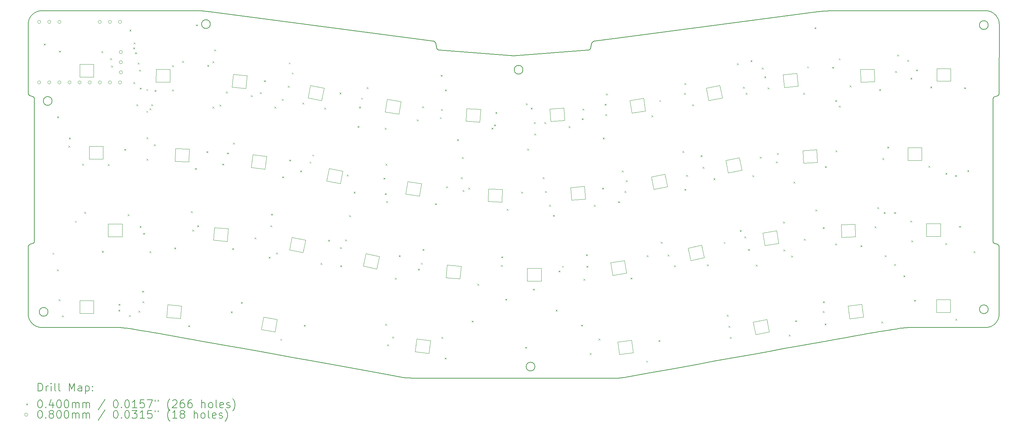
<source format=gbr>
%TF.GenerationSoftware,KiCad,Pcbnew,8.0.1*%
%TF.CreationDate,2024-06-23T14:06:18+09:00*%
%TF.ProjectId,noraneko42gr,6e6f7261-6e65-46b6-9f34-3267722e6b69,rev?*%
%TF.SameCoordinates,Original*%
%TF.FileFunction,Drillmap*%
%TF.FilePolarity,Positive*%
%FSLAX45Y45*%
G04 Gerber Fmt 4.5, Leading zero omitted, Abs format (unit mm)*
G04 Created by KiCad (PCBNEW 8.0.1) date 2024-06-23 14:06:18*
%MOMM*%
%LPD*%
G01*
G04 APERTURE LIST*
%ADD10C,0.199999*%
%ADD11C,0.150000*%
%ADD12C,0.100000*%
%ADD13C,0.200000*%
G04 APERTURE END LIST*
D10*
X16189364Y-9701109D02*
X16192295Y-9701779D01*
D11*
X18296000Y-10196000D02*
G75*
G02*
X18076000Y-10196000I-110000J0D01*
G01*
X18076000Y-10196000D02*
G75*
G02*
X18296000Y-10196000I110000J0D01*
G01*
D10*
X30267525Y-10814203D02*
X30268990Y-10811075D01*
X30219345Y-10856668D02*
X30222687Y-10855437D01*
X16108299Y-9545543D02*
X16107739Y-9542524D01*
X5898830Y-14589911D02*
X5895718Y-14591528D01*
X20569869Y-9410464D02*
X25636202Y-8744281D01*
X29967062Y-16687033D02*
X29984232Y-16684709D01*
X30122141Y-14529267D02*
X30123047Y-14533331D01*
X30212567Y-16542004D02*
X30222154Y-16527632D01*
X5968834Y-10871949D02*
X5955594Y-10867887D01*
X20021841Y-9536836D02*
X20021102Y-9539809D01*
X20045001Y-9498434D02*
X20040827Y-9502713D01*
X30127556Y-14544794D02*
X30129618Y-14548321D01*
X6076341Y-16665236D02*
X6092575Y-16670866D01*
X30140935Y-10883791D02*
X30139388Y-10885138D01*
X16128609Y-9649429D02*
X16130431Y-9653461D01*
X5983788Y-10879403D02*
X5980328Y-10877132D01*
X5855362Y-14641195D02*
X5854420Y-14644559D01*
X19929965Y-9703188D02*
X19932926Y-9702664D01*
X30158543Y-14570532D02*
X30171800Y-14574613D01*
X30274935Y-16365588D02*
X30275650Y-16348214D01*
X6177468Y-8708614D02*
X6160138Y-8710082D01*
X5915530Y-14583761D02*
X5928943Y-14580276D01*
X29985361Y-8714262D02*
X29968191Y-8711930D01*
X5904926Y-16525756D02*
X5914509Y-16540130D01*
X30199035Y-10862205D02*
X30185677Y-10865885D01*
X30191192Y-16569357D02*
X30202242Y-16555923D01*
X6194929Y-8708015D02*
X6177468Y-8708614D01*
X5853614Y-10792638D02*
X5854420Y-10796052D01*
X16132429Y-9657402D02*
X16134598Y-9661247D01*
X30270329Y-10807884D02*
X30271538Y-10804631D01*
X15572784Y-9411982D02*
X10492092Y-8743117D01*
X16126966Y-9645311D02*
X16128609Y-9649429D01*
X5851587Y-9048964D02*
X5851747Y-9066437D01*
X19958735Y-9694748D02*
X19961486Y-9693518D01*
X30050719Y-16667096D02*
X30066646Y-16660678D01*
X5857649Y-14634632D02*
X5856439Y-14637885D01*
X30142536Y-10882502D02*
X30140935Y-10883791D01*
X5871741Y-14611097D02*
X5869576Y-14613764D01*
X6029729Y-8751628D02*
X6014904Y-8760354D01*
X30248533Y-14605549D02*
X30243286Y-14601074D01*
X30129618Y-14548321D02*
X30131941Y-14551676D01*
X5889743Y-14595121D02*
X5886886Y-14597090D01*
X30253385Y-14610422D02*
X30248533Y-14605549D01*
X5905291Y-10853532D02*
X5908633Y-10854762D01*
X30121291Y-14520861D02*
X30121551Y-14525105D01*
X10344916Y-8726410D02*
X10271145Y-8720036D01*
X30212448Y-10858720D02*
X30199035Y-10862205D01*
X30246377Y-16482095D02*
X30252899Y-16466210D01*
X20074674Y-9478905D02*
X20069251Y-9481380D01*
X5859586Y-8980305D02*
X5856314Y-8997225D01*
X5991518Y-14554481D02*
X5992895Y-14552971D01*
X5852427Y-10785673D02*
X5852949Y-10789177D01*
X6044952Y-8743657D02*
X6029729Y-8751628D01*
X5992895Y-14552971D02*
X5994212Y-14551411D01*
X30270923Y-16399939D02*
X30273355Y-16382840D01*
X20063999Y-9484180D02*
X20058933Y-9487295D01*
X30128124Y-10899565D02*
X30127194Y-10901390D01*
X30273355Y-16382840D02*
X30274935Y-16365588D01*
X30082235Y-16653478D02*
X30097456Y-16645510D01*
X16030399Y-9472136D02*
X16027380Y-9471733D01*
X6005862Y-14523205D02*
X6006034Y-14521090D01*
X30132510Y-10892679D02*
X30131317Y-10894335D01*
X5853882Y-9014329D02*
X5852302Y-9031585D01*
X6003797Y-14533436D02*
X6004366Y-14531442D01*
X16161251Y-9690569D02*
X16163945Y-9691931D01*
X6076471Y-8730032D02*
X6060543Y-8736454D01*
X19961486Y-9693518D02*
X19964210Y-9692219D01*
X30235290Y-10849233D02*
X30238235Y-10847380D01*
X19953153Y-9697000D02*
X19955957Y-9695909D01*
X9975268Y-8707767D02*
X9901191Y-8708015D01*
X19983233Y-9675835D02*
X19986054Y-9672435D01*
X30228582Y-14591816D02*
X30225391Y-14590324D01*
X30147066Y-14565349D02*
X30150714Y-14567358D01*
X30139388Y-10885138D02*
X30137896Y-10886541D01*
X30171800Y-14574613D02*
X30185108Y-14578496D01*
X6109088Y-16675690D02*
X6125849Y-16679695D01*
X30133767Y-10891069D02*
X30132510Y-10892679D01*
X6014778Y-16634909D02*
X6029604Y-16643635D01*
X15360785Y-17953229D02*
X15438032Y-17959497D01*
X9901191Y-8708015D02*
X6194929Y-8708015D01*
X5928943Y-14580276D02*
X5942301Y-14576595D01*
D11*
X18597000Y-17672000D02*
G75*
G02*
X18377000Y-17672000I-110000J0D01*
G01*
X18377000Y-17672000D02*
G75*
G02*
X18597000Y-17672000I110000J0D01*
G01*
D10*
X30246532Y-10841150D02*
X30249109Y-10838862D01*
X30243286Y-14601074D02*
X30237665Y-14597026D01*
X30222124Y-14588959D02*
X30218782Y-14587725D01*
X30141736Y-8781924D02*
X30127796Y-8771723D01*
D11*
X29998472Y-9072000D02*
G75*
G02*
X29778472Y-9072000I-110000J0D01*
G01*
X29778472Y-9072000D02*
G75*
G02*
X29998472Y-9072000I110000J0D01*
G01*
D10*
X5998857Y-14544700D02*
X5999856Y-14542915D01*
X30257819Y-14615665D02*
X30253385Y-14610422D01*
X15438032Y-17959497D02*
X15515409Y-17963898D01*
X16201187Y-9703357D02*
X16204179Y-9703738D01*
X6003154Y-14535399D02*
X6003797Y-14533436D01*
X20002671Y-9641406D02*
X20003949Y-9637130D01*
X30153199Y-10876090D02*
X30151303Y-10876992D01*
X20103850Y-9471741D02*
X20097789Y-9472447D01*
X30051846Y-8731909D02*
X30035613Y-8726275D01*
D11*
X10433000Y-9047000D02*
G75*
G02*
X10213000Y-9047000I-110000J0D01*
G01*
X10213000Y-9047000D02*
G75*
G02*
X10433000Y-9047000I110000J0D01*
G01*
D10*
X30017973Y-16677540D02*
X30034485Y-16672722D01*
X16157701Y-9687848D02*
X16161251Y-9690569D01*
X20040827Y-9502713D02*
X20036913Y-9507259D01*
X5980328Y-10877132D02*
X5976675Y-10875122D01*
X10418571Y-8734105D02*
X10344916Y-8726410D01*
X16058939Y-9481078D02*
X16053515Y-9478604D01*
X5912047Y-14584721D02*
X5908633Y-14585820D01*
X30180522Y-8816777D02*
X30168129Y-8804464D01*
X30202242Y-16555923D02*
X30212567Y-16542004D01*
X5852051Y-14658483D02*
X5851823Y-14662063D01*
X16104604Y-9530678D02*
X16103597Y-9527783D01*
X15515409Y-17963898D02*
X15592881Y-17966429D01*
X5895718Y-10849064D02*
X5898830Y-10850679D01*
X30151303Y-10876992D02*
X30149453Y-10877963D01*
X10271145Y-8720036D02*
X10197276Y-8714983D01*
X30172379Y-10869758D02*
X30159145Y-10873819D01*
X6006123Y-10997150D02*
X6006123Y-14166320D01*
X19941711Y-9700661D02*
X19944604Y-9699852D01*
X5851823Y-14662063D02*
X5851747Y-14665676D01*
X10123328Y-8711252D02*
X10049320Y-8708847D01*
X30238235Y-10847380D02*
X30241092Y-10845413D01*
X5858987Y-10809170D02*
X5862040Y-10815356D01*
X5851747Y-10724947D02*
X5851747Y-10774935D01*
X5999856Y-14542915D02*
X6000786Y-14541090D01*
X5876390Y-14606034D02*
X5874013Y-14608520D01*
X19999560Y-9649726D02*
X20001206Y-9645606D01*
X5858987Y-14631440D02*
X5857649Y-14634632D01*
D11*
X29998472Y-16229000D02*
G75*
G02*
X29778472Y-16229000I-110000J0D01*
G01*
X29778472Y-16229000D02*
G75*
G02*
X29998472Y-16229000I110000J0D01*
G01*
D10*
X5999856Y-10897696D02*
X5997793Y-10894166D01*
X30150714Y-14567358D02*
X30154544Y-14569091D01*
X30249109Y-10838862D02*
X30251588Y-10836474D01*
X19980259Y-9679109D02*
X19983233Y-9675835D01*
X5986435Y-16615243D02*
X6000379Y-16625440D01*
X16198208Y-9702903D02*
X16201187Y-9703357D01*
X6006123Y-14166320D02*
X6006123Y-14518955D01*
X5936015Y-8827792D02*
X5924970Y-8841227D01*
X16134598Y-9661247D02*
X16136936Y-9664989D01*
X26079010Y-8710105D02*
X26005000Y-8712498D01*
X30276674Y-9050869D02*
X30275960Y-9033490D01*
X19924004Y-9704020D02*
X19926991Y-9703640D01*
X20456645Y-17968921D02*
X20534178Y-17968263D01*
X30124259Y-14537284D02*
X30125766Y-14541110D01*
X15283700Y-17945098D02*
X15360785Y-17953229D01*
X16098267Y-9516795D02*
X16094917Y-9511746D01*
X5862040Y-10815356D02*
X5865577Y-10821257D01*
X30258402Y-10828747D02*
X30260458Y-10825996D01*
X5874013Y-10832085D02*
X5878869Y-10836957D01*
X30225956Y-10854075D02*
X30229148Y-10852584D01*
X5955594Y-10867887D02*
X5942287Y-10864011D01*
X30222687Y-10855437D02*
X30225956Y-10854075D01*
X5896091Y-16510958D02*
X5904926Y-16525756D01*
X30098578Y-8753520D02*
X30083358Y-8745544D01*
X16180683Y-9698675D02*
X16183556Y-9699557D01*
X20036913Y-9507259D02*
X20033273Y-9512062D01*
X19950326Y-9698021D02*
X19953153Y-9697000D01*
X19955957Y-9695909D02*
X19958735Y-9694748D01*
X25857177Y-8721249D02*
X25783400Y-8727606D01*
X20103850Y-9471741D02*
X20569869Y-9410464D01*
X19921005Y-9704328D02*
X19924004Y-9704020D01*
X5852161Y-16363684D02*
X5853741Y-16380937D01*
X5924829Y-16554051D02*
X5935874Y-16567486D01*
X5942287Y-10864011D02*
X5928928Y-10860321D01*
X30185108Y-14578496D02*
X30198470Y-14582181D01*
X5947632Y-16580407D02*
X5960032Y-16592713D01*
X19964210Y-9692219D02*
X19966904Y-9690851D01*
X30270942Y-14639775D02*
X30268397Y-14633334D01*
X20020452Y-9542806D02*
X20019892Y-9545825D01*
X30154544Y-14569091D02*
X30158543Y-14570532D01*
X5990083Y-14555939D02*
X5991518Y-14554481D01*
X20049420Y-9494432D02*
X20045001Y-9498434D01*
X30168129Y-8804464D02*
X30155190Y-8792842D01*
X5983788Y-14561208D02*
X5985442Y-14559978D01*
X5863750Y-14622265D02*
X5862040Y-14625253D01*
X5854420Y-14644559D02*
X5853614Y-14647973D01*
X5976675Y-14565488D02*
X5978525Y-14564517D01*
X30083358Y-8745544D02*
X30067771Y-8738337D01*
X6092575Y-16670866D02*
X6109088Y-16675690D01*
X5978525Y-14564517D02*
X5980328Y-14563479D01*
X15592881Y-17966429D02*
X15670414Y-17967087D01*
X30218782Y-14587725D02*
X30215369Y-14586627D01*
X19926991Y-9703640D02*
X19929965Y-9703188D01*
X30275549Y-10787578D02*
X30275926Y-10784034D01*
X30225391Y-14590324D02*
X30222124Y-14588959D01*
X19997734Y-9653759D02*
X19999560Y-9649726D01*
X19986054Y-9672435D02*
X19988718Y-9668917D01*
X5856439Y-14637885D02*
X5855362Y-14641195D01*
X16103597Y-9527783D02*
X16102500Y-9524917D01*
X5852302Y-9031585D02*
X5851587Y-9048964D01*
X20097789Y-9472447D02*
X20091827Y-9473526D01*
X30273557Y-10797957D02*
X30274363Y-10794543D01*
X20029922Y-9517112D02*
X20026875Y-9522400D01*
X30121327Y-14168225D02*
X30121291Y-14520861D01*
X10049320Y-8708847D02*
X9975268Y-8707767D01*
X16175003Y-9696702D02*
X16177831Y-9697723D01*
X5863688Y-8963598D02*
X5859586Y-8980305D01*
X30274363Y-10794543D02*
X30275027Y-10791082D01*
X30143610Y-14563078D02*
X30147066Y-14565349D01*
X5862040Y-14625253D02*
X5860452Y-14628312D01*
X30253944Y-8932849D02*
X30247427Y-8916962D01*
X30275552Y-14663937D02*
X30275325Y-14660359D01*
X16101315Y-9522083D02*
X16099830Y-9519410D01*
X30124826Y-10907082D02*
X30124182Y-10909045D01*
X6125849Y-16679695D02*
X6142829Y-16682868D01*
X5888017Y-16495766D02*
X5896091Y-16510958D01*
X20085977Y-9474969D02*
X20080254Y-9476765D01*
X5997793Y-10894166D02*
X5995469Y-10890809D01*
X30253964Y-10833990D02*
X30256237Y-10831413D01*
X5987043Y-10881921D02*
X5983788Y-10879403D01*
X30241092Y-10845413D02*
X30243859Y-10843335D01*
X19944604Y-9699852D02*
X19947475Y-9698971D01*
X30126333Y-10903252D02*
X30125543Y-10905150D01*
X30131317Y-10894335D02*
X30130187Y-10896036D01*
X5880713Y-16480211D02*
X5888017Y-16495766D01*
X30127194Y-10901390D02*
X30126333Y-10903252D01*
X30121857Y-10923525D02*
X30121820Y-10999019D01*
X30121820Y-10999019D02*
X30121327Y-14168225D01*
X5851747Y-14665676D02*
X5851606Y-16328842D01*
X30252899Y-16466210D02*
X30258626Y-16450021D01*
X5851606Y-16328842D02*
X5851446Y-16346308D01*
X30229148Y-10852584D02*
X30232260Y-10850969D01*
X30247427Y-8916962D02*
X30240126Y-8901409D01*
X30275027Y-10791082D02*
X30275549Y-10787578D01*
X30265347Y-14627150D02*
X30261814Y-14621251D01*
X6044826Y-16651607D02*
X6060415Y-16658812D01*
X30127796Y-8771723D02*
X30113400Y-8762250D01*
X16078770Y-9494123D02*
X16074121Y-9490409D01*
X6159998Y-16685195D02*
X6177328Y-16686665D01*
X19991222Y-9665284D02*
X19993562Y-9661543D01*
X5982083Y-14562375D02*
X5983788Y-14561208D01*
X5895718Y-14591528D02*
X5892688Y-14593266D01*
X5902022Y-14588418D02*
X5898830Y-14589911D01*
X30215931Y-10857763D02*
X30219345Y-10856668D01*
X30135084Y-10889509D02*
X30133767Y-10891069D01*
X30155190Y-8792842D02*
X30141736Y-8781924D01*
X10492092Y-8743117D02*
X10418571Y-8734105D01*
X16107089Y-9539526D02*
X16106350Y-9536551D01*
X5986563Y-8780023D02*
X5973107Y-8790939D01*
X5905067Y-8869518D02*
X5896233Y-8884314D01*
X30273764Y-14649857D02*
X30272960Y-14646445D01*
X30122372Y-10917180D02*
X30122117Y-10919275D01*
X5905291Y-14587053D02*
X5902022Y-14588418D01*
X16144923Y-9675546D02*
X16147897Y-9678822D01*
X5881446Y-14601356D02*
X5878869Y-14603645D01*
X16192295Y-9701779D02*
X16195244Y-9702377D01*
X30275629Y-14667546D02*
X30275552Y-14663937D01*
X19977135Y-9682254D02*
X19980259Y-9679109D01*
X29968191Y-8711930D02*
X29950862Y-8710455D01*
X30122117Y-10919275D02*
X30121945Y-10921391D01*
X16042212Y-9474664D02*
X16036362Y-9473219D01*
X28045068Y-16689098D02*
X29932271Y-16689098D01*
X19988718Y-9668917D02*
X19991222Y-9665284D01*
X16053515Y-9478604D02*
X16047935Y-9476462D01*
X30066646Y-16660678D02*
X30082235Y-16653478D01*
X6014904Y-8760354D02*
X6000505Y-8769824D01*
X5902022Y-10852169D02*
X5905291Y-10853532D01*
X6001646Y-14539228D02*
X6002436Y-14537331D01*
X5853614Y-14647973D02*
X5852949Y-14651434D01*
X30243859Y-10843335D02*
X30246532Y-10841150D01*
X5994212Y-14551411D02*
X5995469Y-14549802D01*
X30263547Y-16433560D02*
X30267650Y-16416856D01*
X10197276Y-8714983D02*
X10123328Y-8711252D01*
X5960032Y-16592713D02*
X5972976Y-16604330D01*
X30192280Y-8829697D02*
X30180522Y-8816777D01*
X6005273Y-14527373D02*
X6005608Y-14525300D01*
X16177831Y-9697723D02*
X16180683Y-9698675D01*
X6160138Y-8710082D02*
X6142966Y-8712408D01*
X5997793Y-14546445D02*
X5998857Y-14544700D01*
X16183556Y-9699557D02*
X16186450Y-9700368D01*
X5976675Y-10875122D02*
X5972840Y-10873390D01*
X20054069Y-9490715D02*
X20049420Y-9494432D01*
X16186450Y-9700368D02*
X16189364Y-9701109D01*
X20689027Y-17961332D02*
X20766274Y-17955064D01*
X30147650Y-10879001D02*
X30145895Y-10880105D01*
X30275960Y-9033490D02*
X30274382Y-9016234D01*
X5968834Y-14568662D02*
X5970857Y-14567979D01*
X5852427Y-14654939D02*
X5852051Y-14658483D01*
X26227139Y-8709286D02*
X26153062Y-8709034D01*
X26153062Y-8709034D02*
X26079010Y-8710105D01*
X6004366Y-14531442D02*
X6004858Y-14529421D01*
X30231693Y-14593433D02*
X30228582Y-14591816D01*
X20023587Y-9530969D02*
X20022669Y-9533888D01*
X5928928Y-10860321D02*
X5915530Y-10856815D01*
X20091827Y-9473526D02*
X20085977Y-9474969D01*
X5995469Y-14549802D02*
X5996662Y-14548146D01*
X20021102Y-9539809D02*
X20020452Y-9542806D01*
X5914650Y-8855145D02*
X5905067Y-8869518D01*
X6142829Y-16682868D02*
X6159998Y-16685195D01*
X6060415Y-16658812D02*
X6076341Y-16665236D01*
X30259667Y-8949039D02*
X30253944Y-8932849D01*
X30272615Y-10801321D02*
X30273557Y-10797957D01*
X26227139Y-8709286D02*
X29933402Y-8709850D01*
X16123153Y-9632503D02*
X16124235Y-9636843D01*
X30149453Y-10877963D02*
X30147650Y-10879001D01*
X29984232Y-16684709D02*
X30001212Y-16681540D01*
X16106350Y-9536551D02*
X16105521Y-9533602D01*
X5859445Y-16414958D02*
X5863547Y-16431665D01*
X30260458Y-10825996D02*
X30262400Y-10823162D01*
X30271538Y-10804631D02*
X30272615Y-10801321D01*
X30034485Y-16672722D02*
X30050719Y-16667096D01*
X5955599Y-14572723D02*
X5968834Y-14568662D01*
X30274428Y-14653316D02*
X30273764Y-14649857D01*
X30264228Y-10820249D02*
X30265937Y-10817262D01*
X5898830Y-10850679D02*
X5902022Y-10852169D01*
X30198470Y-14582181D02*
X30211887Y-14585667D01*
X30137322Y-14557811D02*
X30140358Y-14560560D01*
X30185677Y-10865885D02*
X30172379Y-10869758D01*
X6060543Y-8736454D02*
X6044952Y-8743657D01*
X5908633Y-10854762D02*
X5912047Y-10855858D01*
X5914509Y-16540130D02*
X5924829Y-16554051D01*
X5996662Y-14548146D02*
X5997793Y-14546445D01*
X30274949Y-14656818D02*
X30274428Y-14653316D01*
X19947475Y-9698971D02*
X19950326Y-9698021D01*
X30113400Y-8762250D02*
X30098578Y-8753520D01*
X5973107Y-8790939D02*
X5960167Y-8802559D01*
X19938800Y-9701400D02*
X19941711Y-9700661D01*
X5974780Y-14566390D02*
X5976675Y-14565488D01*
X16087362Y-9502401D02*
X16083189Y-9498124D01*
X30154083Y-16606209D02*
X30167027Y-16594590D01*
X16207183Y-9704046D02*
X18064060Y-9849672D01*
X30267650Y-16416856D02*
X30270923Y-16399939D01*
X5868467Y-16448130D02*
X5874193Y-16464322D01*
X16130431Y-9653461D02*
X16132429Y-9657402D01*
X30131941Y-14551676D02*
X30134512Y-14554844D01*
X5924970Y-8841227D02*
X5914650Y-8855145D01*
X20033273Y-9512062D02*
X20029922Y-9517112D01*
X30123047Y-14533331D02*
X30124259Y-14537284D01*
X6000505Y-8769824D02*
X5986563Y-8780023D01*
X30232260Y-10850969D02*
X30235290Y-10849233D01*
X16163945Y-9691931D02*
X16166669Y-9693226D01*
X5856314Y-8997225D02*
X5853882Y-9014329D01*
X30213641Y-8857050D02*
X30203323Y-8843132D01*
X5851747Y-9066437D02*
X5851747Y-10724947D01*
X16069256Y-9486991D02*
X16064190Y-9483877D01*
X30276514Y-9068341D02*
X30276674Y-9050869D01*
X30124182Y-10909045D02*
X30123613Y-10911039D01*
X8081991Y-16687263D02*
X8104093Y-16687273D01*
X8125827Y-16687460D01*
X8148539Y-16688060D01*
X8173576Y-16689309D01*
X8202284Y-16691443D01*
X8236008Y-16694697D01*
X8276096Y-16699308D01*
X8323893Y-16705510D01*
X8380744Y-16713541D01*
X8447998Y-16723635D01*
X8526998Y-16736028D01*
X8619093Y-16750957D01*
X8725627Y-16768657D01*
X8847947Y-16789364D01*
X8987399Y-16813314D01*
X9145330Y-16840742D01*
X9323084Y-16871885D01*
X9522009Y-16906978D01*
X9743451Y-16946256D01*
X9988756Y-16989957D01*
X10259269Y-17038315D01*
X10556338Y-17091567D01*
X10881307Y-17149947D01*
X11235524Y-17213693D01*
X11620335Y-17283040D01*
X12037085Y-17358223D01*
X12487120Y-17439479D01*
X12971788Y-17527043D01*
X13492434Y-17621151D01*
X14050403Y-17722039D01*
X14647043Y-17829942D01*
X15283700Y-17945098D01*
X5972840Y-10873390D02*
X5968834Y-10871949D01*
X16047935Y-9476462D02*
X16042212Y-9474664D01*
X30144190Y-10881272D02*
X30142536Y-10882502D01*
X16147897Y-9678822D02*
X16151020Y-9681969D01*
X19935871Y-9702068D02*
X19938800Y-9701400D01*
X6006123Y-10921655D02*
X6006123Y-10997150D01*
X5878869Y-10836957D02*
X5884119Y-10841430D01*
X20025690Y-9525223D02*
X20024594Y-9528080D01*
X16166669Y-9693226D02*
X16169420Y-9694453D01*
X20058933Y-9487295D02*
X20054069Y-9490715D01*
X5912047Y-10855858D02*
X5915530Y-10856815D01*
X6194788Y-16687263D02*
X8081991Y-16687263D01*
X6005273Y-10913238D02*
X6004366Y-10909169D01*
X6005608Y-14525300D02*
X6005862Y-14523205D01*
X30125766Y-14541110D02*
X30127556Y-14544794D01*
X5851747Y-10774935D02*
X5851823Y-10778548D01*
X16151020Y-9681969D02*
X16154289Y-9684979D01*
X6177328Y-16686665D02*
X6194788Y-16687263D01*
X19973865Y-9685263D02*
X19977135Y-9682254D01*
X6125984Y-8715579D02*
X6109221Y-8719582D01*
X5860452Y-14628312D02*
X5858987Y-14631440D01*
X30275650Y-16348214D02*
X30275490Y-16330747D01*
X30123121Y-10913060D02*
X30122707Y-10915108D01*
X30001212Y-16681540D02*
X30017973Y-16677540D01*
X5935874Y-16567486D02*
X5947632Y-16580407D01*
X30157121Y-10874502D02*
X30155139Y-10875259D01*
X5868608Y-8947134D02*
X5863688Y-8963598D01*
X30137896Y-10886541D02*
X30136461Y-10887999D01*
X30222154Y-16527632D02*
X30230993Y-16512837D01*
X16169420Y-9694453D02*
X16172199Y-9695612D01*
X5874193Y-16464322D02*
X5880713Y-16480211D01*
X19921005Y-9704328D02*
X18064095Y-9849672D01*
X29950862Y-8710455D02*
X29933402Y-8709850D01*
X5856439Y-10802726D02*
X5858987Y-10809170D01*
X16125507Y-9641114D02*
X16126966Y-9645311D01*
X16091277Y-9506944D02*
X16087362Y-9502401D01*
X30274382Y-9016234D02*
X30271953Y-8999130D01*
X6001646Y-10901383D02*
X5999856Y-10897696D01*
X25709735Y-8735284D02*
X25636202Y-8744281D01*
X16123153Y-9632503D02*
X16108299Y-9545543D01*
X16172199Y-9695612D02*
X16175003Y-9696702D01*
X5869576Y-10826842D02*
X5874013Y-10832085D01*
X30268990Y-10811075D02*
X30270329Y-10807884D01*
X5878869Y-14603645D02*
X5876390Y-14606034D01*
X30261814Y-14621251D02*
X30257819Y-14615665D01*
X5987043Y-14558689D02*
X5988591Y-14557342D01*
X5992895Y-10887639D02*
X5990083Y-10884672D01*
X5947773Y-8814871D02*
X5936015Y-8827792D01*
X5980328Y-14563479D02*
X5982083Y-14562375D01*
X30232054Y-8886219D02*
X30223222Y-8871423D01*
X5970857Y-14567979D02*
X5972840Y-14567221D01*
X5908633Y-14585820D02*
X5905291Y-14587053D01*
X30140625Y-16617123D02*
X30154083Y-16606209D01*
X30035613Y-8726275D02*
X30019101Y-8721448D01*
X30275629Y-14667546D02*
X30275490Y-16330747D01*
X5865577Y-14619352D02*
X5863750Y-14622265D01*
X6002436Y-14537331D02*
X6003154Y-14535399D01*
X30212448Y-10858720D02*
X30215931Y-10857763D01*
X5942301Y-14576595D02*
X5955599Y-14572723D01*
X30223222Y-8871423D02*
X30213641Y-8857050D01*
X20024594Y-9528080D02*
X20023587Y-9530969D01*
X30155139Y-10875259D02*
X30153199Y-10876090D01*
X30275926Y-10784034D02*
X30276153Y-10780454D01*
X6142966Y-8712408D02*
X6125984Y-8715579D01*
X16064190Y-9483877D02*
X16058939Y-9481078D01*
X16024338Y-9471424D02*
X15572784Y-9411982D01*
X5851446Y-16346308D02*
X5852161Y-16363684D01*
X16107739Y-9542524D02*
X16107089Y-9539526D01*
X30145895Y-10880105D02*
X30144190Y-10881272D01*
D11*
X6453000Y-10982000D02*
G75*
G02*
X6233000Y-10982000I-110000J0D01*
G01*
X6233000Y-10982000D02*
G75*
G02*
X6453000Y-10982000I110000J0D01*
G01*
D10*
X6004858Y-14529421D02*
X6005273Y-14527373D01*
X16195244Y-9702377D02*
X16198208Y-9702903D01*
X30121551Y-14525105D02*
X30122141Y-14529267D01*
X20069251Y-9481380D02*
X20063999Y-9484180D01*
X5884119Y-10841430D02*
X5889743Y-10845475D01*
X25783400Y-8727606D02*
X25709735Y-8735284D01*
X5852051Y-10782129D02*
X5852427Y-10785673D01*
X30203323Y-8843132D02*
X30192280Y-8829697D01*
X16074121Y-9490409D02*
X16069256Y-9486991D01*
X30125543Y-10905150D02*
X30124826Y-10907082D01*
X26005000Y-8712498D02*
X25931050Y-8716213D01*
X30130187Y-10896036D02*
X30129122Y-10897780D01*
X20611650Y-17965733D02*
X20689027Y-17961332D01*
X30159145Y-10873819D02*
X30157121Y-10874502D01*
X5896233Y-8884314D02*
X5888158Y-8899504D01*
X30067771Y-8738337D02*
X30051846Y-8731909D01*
X30275325Y-14660359D02*
X30274949Y-14656818D01*
X20001206Y-9645606D02*
X20002671Y-9641406D01*
X30123613Y-10911039D02*
X30123121Y-10913060D01*
X29949731Y-16688500D02*
X29967062Y-16687033D01*
X30239071Y-16497648D02*
X30246377Y-16482095D01*
X5880854Y-8915057D02*
X5874334Y-8930944D01*
X6006034Y-14521090D02*
X6006123Y-14518955D01*
X16102500Y-9524917D02*
X16101315Y-9522083D01*
X5960167Y-8802559D02*
X5947773Y-8814871D01*
X5995469Y-10890809D02*
X5992895Y-10887639D01*
X16139439Y-9668623D02*
X16142102Y-9672144D01*
X16124235Y-9636843D02*
X16125507Y-9641114D01*
X5915530Y-14583761D02*
X5912047Y-14584721D01*
X16099830Y-9519410D02*
X16098267Y-9516795D01*
X6109221Y-8719582D02*
X6092707Y-8724403D01*
X6005862Y-10917405D02*
X6005273Y-10913238D01*
X20080254Y-9476765D02*
X20074674Y-9478905D01*
X6000786Y-14541090D02*
X6001646Y-14539228D01*
X19995734Y-9657700D02*
X19997734Y-9653759D01*
X20005037Y-9632785D02*
X20019892Y-9545825D01*
X30134512Y-14554844D02*
X30137322Y-14557811D01*
X16094917Y-9511746D02*
X16091277Y-9506944D01*
X30215369Y-14586627D02*
X30211887Y-14585667D01*
X25931050Y-8716213D02*
X25857177Y-8721249D01*
X20022669Y-9533888D02*
X20021841Y-9536836D01*
X20534178Y-17968263D02*
X20611650Y-17965733D01*
X5972976Y-16604330D02*
X5986435Y-16615243D01*
X5874013Y-14608520D02*
X5871741Y-14611097D01*
X15670414Y-17967087D02*
X20456645Y-17968921D01*
X16136936Y-9664989D02*
X16139439Y-9668623D01*
X30140358Y-14560560D02*
X30143610Y-14563078D01*
X5853741Y-16380937D02*
X5856172Y-16398039D01*
X20026875Y-9522400D02*
X20025690Y-9525223D01*
X6004366Y-10909169D02*
X6003154Y-10905212D01*
X16105521Y-9533602D02*
X16104604Y-9530678D01*
X19932926Y-9702664D02*
X19935871Y-9702068D01*
X30256237Y-10831413D02*
X30258402Y-10828747D01*
X30136461Y-10887999D02*
X30135084Y-10889509D01*
X30240126Y-8901409D02*
X30232054Y-8886219D01*
X30237665Y-14597026D02*
X30231693Y-14593433D01*
X30121945Y-10921391D02*
X30121857Y-10923525D01*
X5972840Y-14567221D02*
X5974780Y-14566390D01*
X5892688Y-14593266D02*
X5889743Y-14595121D01*
X30265937Y-10817262D02*
X30267525Y-10814203D01*
X20003949Y-9637130D02*
X20005037Y-9632785D01*
X16154289Y-9684979D02*
X16157701Y-9687848D01*
X30272960Y-14646445D02*
X30270942Y-14639775D01*
X30276265Y-10726851D02*
X30276230Y-10776841D01*
X5867520Y-14616517D02*
X5865577Y-14619352D01*
X30122707Y-10915108D02*
X30122372Y-10917180D01*
X6092707Y-8724403D02*
X6076471Y-8730032D01*
X30230993Y-16512837D02*
X30239071Y-16497648D01*
X6003154Y-10905212D02*
X6001646Y-10901383D01*
X30002341Y-8717439D02*
X29985361Y-8714262D01*
X6029604Y-16643635D02*
X6044826Y-16651607D01*
X5863547Y-16431665D02*
X5868467Y-16448130D01*
X16036362Y-9473219D02*
X16030399Y-9472136D01*
X6006123Y-10921655D02*
X6005862Y-10917405D01*
X19970454Y-9688130D02*
X19973865Y-9685263D01*
X20766274Y-17955064D02*
X20843359Y-17946933D01*
X30097456Y-16645510D02*
X30112282Y-16636787D01*
X28045068Y-16689098D02*
X28022966Y-16689108D01*
X28001232Y-16689295D01*
X27978520Y-16689895D01*
X27953483Y-16691144D01*
X27924775Y-16693278D01*
X27891050Y-16696532D01*
X27850963Y-16701143D01*
X27803166Y-16707345D01*
X27746314Y-16715376D01*
X27679061Y-16725470D01*
X27600060Y-16737863D01*
X27507966Y-16752792D01*
X27401432Y-16770492D01*
X27279112Y-16791199D01*
X27139660Y-16815149D01*
X26981729Y-16842577D01*
X26803975Y-16873720D01*
X26605049Y-16908813D01*
X26383608Y-16948091D01*
X26138303Y-16991792D01*
X25867790Y-17040150D01*
X25570721Y-17093402D01*
X25245751Y-17151782D01*
X24891534Y-17215528D01*
X24506724Y-17284875D01*
X24089974Y-17360058D01*
X23639938Y-17441314D01*
X23155271Y-17528878D01*
X22634625Y-17622986D01*
X22076655Y-17723874D01*
X21480015Y-17831777D01*
X20843359Y-17946933D01*
X16204179Y-9703738D02*
X16207183Y-9704046D01*
X30251588Y-10836474D02*
X30253964Y-10833990D01*
X30271953Y-8999130D02*
X30268683Y-8982210D01*
X19966904Y-9690851D02*
X19970454Y-9688130D01*
X5985442Y-14559978D02*
X5987043Y-14558689D01*
X30129122Y-10897780D02*
X30128124Y-10899565D01*
X30268683Y-8982210D02*
X30264583Y-8965503D01*
X19993562Y-9661543D02*
X19995734Y-9657700D01*
X5990083Y-10884672D02*
X5987043Y-10881921D01*
X30276514Y-9068341D02*
X30276265Y-10726851D01*
X30112282Y-16636787D02*
X30126681Y-16627320D01*
X5888158Y-8899504D02*
X5880854Y-8915057D01*
X30179427Y-16582278D02*
X30191192Y-16569357D01*
X30126681Y-16627320D02*
X30140625Y-16617123D01*
X16083189Y-9498124D02*
X16078770Y-9494123D01*
X5851823Y-10778548D02*
X5852051Y-10782129D01*
X30264583Y-8965503D02*
X30259667Y-8949039D01*
X30167027Y-16594590D02*
X30179427Y-16582278D01*
X5869576Y-14613764D02*
X5867520Y-14616517D01*
X5988591Y-14557342D02*
X5990083Y-14555939D01*
X30019101Y-8721448D02*
X30002341Y-8717439D01*
D11*
X6350472Y-16294000D02*
G75*
G02*
X6130472Y-16294000I-110000J0D01*
G01*
X6130472Y-16294000D02*
G75*
G02*
X6350472Y-16294000I110000J0D01*
G01*
D10*
X5884119Y-14599170D02*
X5881446Y-14601356D01*
X16027380Y-9471733D02*
X16024338Y-9471424D01*
X16142102Y-9672144D02*
X16144923Y-9675546D01*
X30268397Y-14633334D02*
X30265347Y-14627150D01*
X5874334Y-8930944D02*
X5868608Y-8947134D01*
X30276153Y-10780454D02*
X30276230Y-10776841D01*
X5852949Y-14651434D02*
X5852427Y-14654939D01*
X5886886Y-14597090D02*
X5884119Y-14599170D01*
X30258626Y-16450021D02*
X30263547Y-16433560D01*
X5889743Y-10845475D02*
X5895718Y-10849064D01*
X6000379Y-16625440D02*
X6014778Y-16634909D01*
X5865577Y-10821257D02*
X5869576Y-10826842D01*
X5852949Y-10789177D02*
X5853614Y-10792638D01*
X5856172Y-16398039D02*
X5859445Y-16414958D01*
X29932271Y-16689098D02*
X29949731Y-16688500D01*
X30262400Y-10823162D02*
X30264228Y-10820249D01*
X5854420Y-10796052D02*
X5856439Y-10802726D01*
D12*
X23799947Y-12723669D02*
X23456378Y-12790452D01*
X23395319Y-12476331D01*
X23738888Y-12409548D01*
X23799947Y-12723669D01*
X25703875Y-12530622D02*
X25354354Y-12548939D01*
X25337607Y-12229378D01*
X25687127Y-12211060D01*
X25703875Y-12530622D01*
X7734950Y-12125500D02*
X7384950Y-12125500D01*
X7384950Y-12445500D01*
X7734950Y-12445500D01*
X7734950Y-12125500D01*
X21377566Y-11230654D02*
X21031875Y-11285406D01*
X20981816Y-10969346D01*
X21327507Y-10914594D01*
X21377566Y-11230654D01*
X15740565Y-13060912D02*
X15696029Y-13377798D01*
X15349435Y-13329088D01*
X15393971Y-13012202D01*
X15740565Y-13060912D01*
X11848195Y-12379726D02*
X11809196Y-12697341D01*
X11461805Y-12654687D01*
X11500803Y-12337072D01*
X11848195Y-12379726D01*
X17777413Y-13206846D02*
X17766246Y-13526651D01*
X17416459Y-13514436D01*
X17427627Y-13194631D01*
X17777413Y-13206846D01*
X13292314Y-10658831D02*
X13231255Y-10972952D01*
X12887686Y-10906169D01*
X12948745Y-10592048D01*
X13292314Y-10658831D01*
X24493386Y-16794399D02*
X24150412Y-16864177D01*
X24086614Y-16550601D01*
X24429588Y-16480823D01*
X24493386Y-16794399D01*
X8215000Y-14078500D02*
X7865000Y-14078500D01*
X7865000Y-14398500D01*
X8215000Y-14398500D01*
X8215000Y-14078500D01*
X27140266Y-10501091D02*
X26790319Y-10507200D01*
X26784734Y-10187248D01*
X27134681Y-10181140D01*
X27140266Y-10501091D01*
X11360766Y-10349169D02*
X11327317Y-10667416D01*
X10979234Y-10630831D01*
X11012683Y-10312584D01*
X11360766Y-10349169D01*
X15225375Y-10994346D02*
X15175316Y-11310406D01*
X14829625Y-11255654D01*
X14879684Y-10939594D01*
X15225375Y-10994346D01*
X15968195Y-17020020D02*
X15929196Y-17337635D01*
X15581805Y-17294980D01*
X15620803Y-16977366D01*
X15968195Y-17020020D01*
X19344230Y-11474903D02*
X18995082Y-11499318D01*
X18972760Y-11180097D01*
X19321908Y-11155682D01*
X19344230Y-11474903D01*
X17230735Y-11195097D02*
X17208413Y-11514318D01*
X16859265Y-11489903D01*
X16881587Y-11170682D01*
X17230735Y-11195097D01*
X13766164Y-12753150D02*
X13699632Y-13066158D01*
X13357280Y-12993389D01*
X13423812Y-12680381D01*
X13766164Y-12753150D01*
X28794950Y-14071000D02*
X28444950Y-14071000D01*
X28444950Y-14391000D01*
X28794950Y-14391000D01*
X28794950Y-14071000D01*
X12115125Y-16485319D02*
X12059558Y-16800458D01*
X11714875Y-16739681D01*
X11770442Y-16424542D01*
X12115125Y-16485319D01*
X7500000Y-10056000D02*
X7150000Y-10056000D01*
X7150000Y-10376000D01*
X7500000Y-10376000D01*
X7500000Y-10056000D01*
X14686164Y-14898150D02*
X14619632Y-15211158D01*
X14277280Y-15138389D01*
X14343812Y-14825381D01*
X14686164Y-14898150D01*
X29054950Y-10163947D02*
X28704950Y-10163947D01*
X28704950Y-10483947D01*
X29054950Y-10483947D01*
X29054950Y-10163947D01*
X23309947Y-10903669D02*
X22966378Y-10970452D01*
X22905319Y-10656331D01*
X23248888Y-10589548D01*
X23309947Y-10903669D01*
X26660477Y-14403795D02*
X26310690Y-14416010D01*
X26299523Y-14096205D01*
X26649309Y-14083990D01*
X26660477Y-14403795D01*
X19867023Y-13450139D02*
X19518355Y-13480643D01*
X19490465Y-13161861D01*
X19839133Y-13131357D01*
X19867023Y-13450139D01*
X9708279Y-16140861D02*
X9680389Y-16459643D01*
X9331721Y-16429139D01*
X9359611Y-16110357D01*
X9708279Y-16140861D01*
X9421211Y-10188151D02*
X9415626Y-10508102D01*
X9065679Y-10501994D01*
X9071264Y-10182042D01*
X9421211Y-10188151D01*
X9905477Y-12193705D02*
X9894310Y-12513510D01*
X9544523Y-12501295D01*
X9555691Y-12181490D01*
X9905477Y-12193705D01*
X29044950Y-15981500D02*
X28694950Y-15981500D01*
X28694950Y-16301500D01*
X29044950Y-16301500D01*
X29044950Y-15981500D01*
X25219754Y-10603331D02*
X24871671Y-10639916D01*
X24838222Y-10321669D01*
X25186305Y-10285084D01*
X25219754Y-10603331D01*
X21931942Y-13137619D02*
X21589590Y-13210388D01*
X21523058Y-12897381D01*
X21865410Y-12824612D01*
X21931942Y-13137619D01*
X16738279Y-15143361D02*
X16710389Y-15462143D01*
X16361721Y-15431639D01*
X16389611Y-15112857D01*
X16738279Y-15143361D01*
X20897875Y-15315654D02*
X20552184Y-15370406D01*
X20502125Y-15054346D01*
X20847816Y-14999594D01*
X20897875Y-15315654D01*
X7497500Y-16011000D02*
X7147500Y-16011000D01*
X7147500Y-16331000D01*
X7497500Y-16331000D01*
X7497500Y-16011000D01*
X24726311Y-14566422D02*
X24381111Y-14624189D01*
X24328296Y-14308578D01*
X24673496Y-14250811D01*
X24726311Y-14566422D01*
X18755000Y-15197000D02*
X18405000Y-15197000D01*
X18405000Y-15517000D01*
X18755000Y-15517000D01*
X18755000Y-15197000D01*
X28324950Y-12159000D02*
X27974950Y-12159000D01*
X27974950Y-12479000D01*
X28324950Y-12479000D01*
X28324950Y-12159000D01*
X22858433Y-14928330D02*
X22516729Y-15004084D01*
X22447468Y-14691670D01*
X22789172Y-14615916D01*
X22858433Y-14928330D01*
X26857422Y-16420480D02*
X26510031Y-16463134D01*
X26471033Y-16145520D01*
X26818424Y-16102865D01*
X26857422Y-16420480D01*
X10885779Y-14200861D02*
X10857889Y-14519643D01*
X10509221Y-14489139D01*
X10537111Y-14170357D01*
X10885779Y-14200861D01*
X12827314Y-14483831D02*
X12766255Y-14797952D01*
X12422686Y-14731169D01*
X12483745Y-14417048D01*
X12827314Y-14483831D01*
X21068195Y-17324980D02*
X20720804Y-17367635D01*
X20681805Y-17050020D01*
X21029197Y-17007366D01*
X21068195Y-17324980D01*
D13*
D12*
X6248000Y-9537000D02*
X6288000Y-9577000D01*
X6288000Y-9537000D02*
X6248000Y-9577000D01*
X6460000Y-14805000D02*
X6500000Y-14845000D01*
X6500000Y-14805000D02*
X6460000Y-14845000D01*
X6574000Y-15224000D02*
X6614000Y-15264000D01*
X6614000Y-15224000D02*
X6574000Y-15264000D01*
X6579556Y-11370000D02*
X6619556Y-11410000D01*
X6619556Y-11370000D02*
X6579556Y-11410000D01*
X6620000Y-15975000D02*
X6660000Y-16015000D01*
X6660000Y-15975000D02*
X6620000Y-16015000D01*
X6629000Y-9715000D02*
X6669000Y-9755000D01*
X6669000Y-9715000D02*
X6629000Y-9755000D01*
X6705000Y-16382500D02*
X6745000Y-16422500D01*
X6745000Y-16382500D02*
X6705000Y-16422500D01*
X6860000Y-12110000D02*
X6900000Y-12150000D01*
X6900000Y-12110000D02*
X6860000Y-12150000D01*
X6876000Y-11902000D02*
X6916000Y-11942000D01*
X6916000Y-11902000D02*
X6876000Y-11942000D01*
X7027500Y-14000000D02*
X7067500Y-14040000D01*
X7067500Y-14000000D02*
X7027500Y-14040000D01*
X7207500Y-12565000D02*
X7247500Y-12605000D01*
X7247500Y-12565000D02*
X7207500Y-12605000D01*
X7258000Y-13773000D02*
X7298000Y-13813000D01*
X7298000Y-13773000D02*
X7258000Y-13813000D01*
X7695000Y-9730000D02*
X7735000Y-9770000D01*
X7735000Y-9730000D02*
X7695000Y-9770000D01*
X7705000Y-14757500D02*
X7745000Y-14797500D01*
X7745000Y-14757500D02*
X7705000Y-14797500D01*
X7854950Y-12575000D02*
X7894950Y-12615000D01*
X7894950Y-12575000D02*
X7854950Y-12615000D01*
X7911010Y-9908990D02*
X7951010Y-9948990D01*
X7951010Y-9908990D02*
X7911010Y-9948990D01*
X7937000Y-10090000D02*
X7977000Y-10130000D01*
X7977000Y-10090000D02*
X7937000Y-10130000D01*
X8120000Y-16236000D02*
X8160000Y-16276000D01*
X8160000Y-16236000D02*
X8120000Y-16276000D01*
X8125000Y-16090000D02*
X8165000Y-16130000D01*
X8165000Y-16090000D02*
X8125000Y-16130000D01*
X8265940Y-12187500D02*
X8305940Y-12227500D01*
X8305940Y-12187500D02*
X8265940Y-12227500D01*
X8355000Y-13836000D02*
X8395000Y-13876000D01*
X8395000Y-13836000D02*
X8355000Y-13876000D01*
X8387500Y-16372500D02*
X8427500Y-16412500D01*
X8427500Y-16372500D02*
X8387500Y-16412500D01*
X8399000Y-9186000D02*
X8439000Y-9226000D01*
X8439000Y-9186000D02*
X8399000Y-9226000D01*
X8492000Y-9636000D02*
X8532000Y-9676000D01*
X8532000Y-9636000D02*
X8492000Y-9676000D01*
X8496859Y-10508141D02*
X8536859Y-10548141D01*
X8536859Y-10508141D02*
X8496859Y-10548141D01*
X8506000Y-9510000D02*
X8546000Y-9550000D01*
X8546000Y-9510000D02*
X8506000Y-9550000D01*
X8539054Y-9757054D02*
X8579054Y-9797054D01*
X8579054Y-9757054D02*
X8539054Y-9797054D01*
X8572500Y-11065000D02*
X8612500Y-11105000D01*
X8612500Y-11065000D02*
X8572500Y-11105000D01*
X8610000Y-10016000D02*
X8650000Y-10056000D01*
X8650000Y-10016000D02*
X8610000Y-10056000D01*
X8622500Y-16265000D02*
X8662500Y-16305000D01*
X8662500Y-16265000D02*
X8622500Y-16305000D01*
X8638000Y-10191000D02*
X8678000Y-10231000D01*
X8678000Y-10191000D02*
X8638000Y-10231000D01*
X8654230Y-14133500D02*
X8694230Y-14173500D01*
X8694230Y-14133500D02*
X8654230Y-14173500D01*
X8660000Y-10646959D02*
X8700000Y-10686959D01*
X8700000Y-10646959D02*
X8660000Y-10686959D01*
X8719000Y-15760000D02*
X8759000Y-15800000D01*
X8759000Y-15760000D02*
X8719000Y-15800000D01*
X8724000Y-16027000D02*
X8764000Y-16067000D01*
X8764000Y-16027000D02*
X8724000Y-16067000D01*
X8742230Y-14305000D02*
X8782230Y-14345000D01*
X8782230Y-14305000D02*
X8742230Y-14345000D01*
X8822500Y-10680000D02*
X8862500Y-10720000D01*
X8862500Y-10680000D02*
X8822500Y-10720000D01*
X8823887Y-11230980D02*
X8863887Y-11270980D01*
X8863887Y-11230980D02*
X8823887Y-11270980D01*
X8826000Y-11895000D02*
X8866000Y-11935000D01*
X8866000Y-11895000D02*
X8826000Y-11935000D01*
X8830000Y-12435000D02*
X8870000Y-12475000D01*
X8870000Y-12435000D02*
X8830000Y-12475000D01*
X8902500Y-14767500D02*
X8942500Y-14807500D01*
X8942500Y-14767500D02*
X8902500Y-14807500D01*
X8905000Y-11167500D02*
X8945000Y-11207500D01*
X8945000Y-11167500D02*
X8905000Y-11207500D01*
X8945000Y-11062959D02*
X8985000Y-11102959D01*
X8985000Y-11062959D02*
X8945000Y-11102959D01*
X9012500Y-12075501D02*
X9052500Y-12115501D01*
X9052500Y-12075501D02*
X9012500Y-12115501D01*
X9027500Y-10705000D02*
X9067500Y-10745000D01*
X9067500Y-10705000D02*
X9027500Y-10745000D01*
X9471000Y-10084000D02*
X9511000Y-10124000D01*
X9511000Y-10084000D02*
X9471000Y-10124000D01*
X9472500Y-10694000D02*
X9512500Y-10734000D01*
X9512500Y-10694000D02*
X9472500Y-10734000D01*
X9525000Y-14672500D02*
X9565000Y-14712500D01*
X9565000Y-14672500D02*
X9525000Y-14712500D01*
X9726231Y-9973769D02*
X9766231Y-10013769D01*
X9766231Y-9973769D02*
X9726231Y-10013769D01*
X9877500Y-16632500D02*
X9917500Y-16672500D01*
X9917500Y-16632500D02*
X9877500Y-16672500D01*
X9944000Y-13760000D02*
X9984000Y-13800000D01*
X9984000Y-13760000D02*
X9944000Y-13800000D01*
X9980000Y-14222500D02*
X10020000Y-14262500D01*
X10020000Y-14222500D02*
X9980000Y-14262500D01*
X10045000Y-12670000D02*
X10085000Y-12710000D01*
X10085000Y-12670000D02*
X10045000Y-12710000D01*
X10073000Y-9056000D02*
X10113000Y-9096000D01*
X10113000Y-9056000D02*
X10073000Y-9096000D01*
X10102000Y-14111000D02*
X10142000Y-14151000D01*
X10142000Y-14111000D02*
X10102000Y-14151000D01*
X10337000Y-12247500D02*
X10377000Y-12287500D01*
X10377000Y-12247500D02*
X10337000Y-12287500D01*
X10355000Y-10075000D02*
X10395000Y-10115000D01*
X10395000Y-10075000D02*
X10355000Y-10115000D01*
X10485000Y-9982000D02*
X10525000Y-10022000D01*
X10525000Y-9982000D02*
X10485000Y-10022000D01*
X10485000Y-11122500D02*
X10525000Y-11162500D01*
X10525000Y-11122500D02*
X10485000Y-11162500D01*
X10531000Y-9687000D02*
X10571000Y-9727000D01*
X10571000Y-9687000D02*
X10531000Y-9727000D01*
X10667000Y-11071500D02*
X10707000Y-11111500D01*
X10707000Y-11071500D02*
X10667000Y-11111500D01*
X10735000Y-12560000D02*
X10775000Y-12600000D01*
X10775000Y-12560000D02*
X10735000Y-12600000D01*
X10825000Y-10747000D02*
X10865000Y-10787000D01*
X10865000Y-10747000D02*
X10825000Y-10787000D01*
X10850000Y-12280000D02*
X10890000Y-12320000D01*
X10890000Y-12280000D02*
X10850000Y-12320000D01*
X10947500Y-16282500D02*
X10987500Y-16322500D01*
X10987500Y-16282500D02*
X10947500Y-16322500D01*
X10982500Y-14692000D02*
X11022500Y-14732000D01*
X11022500Y-14692000D02*
X10982500Y-14732000D01*
X11002703Y-12033297D02*
X11042703Y-12073297D01*
X11042703Y-12033297D02*
X11002703Y-12073297D01*
X11203000Y-16045000D02*
X11243000Y-16085000D01*
X11243000Y-16045000D02*
X11203000Y-16085000D01*
X11452500Y-10835000D02*
X11492500Y-10875000D01*
X11492500Y-10835000D02*
X11452500Y-10875000D01*
X11547500Y-14420000D02*
X11587500Y-14460000D01*
X11587500Y-14420000D02*
X11547500Y-14460000D01*
X11677500Y-10762500D02*
X11717500Y-10802500D01*
X11717500Y-10762500D02*
X11677500Y-10802500D01*
X11785000Y-10460000D02*
X11825000Y-10500000D01*
X11825000Y-10460000D02*
X11785000Y-10500000D01*
X11900000Y-14905000D02*
X11940000Y-14945000D01*
X11940000Y-14905000D02*
X11900000Y-14945000D01*
X11940000Y-14114227D02*
X11980000Y-14154227D01*
X11980000Y-14114227D02*
X11940000Y-14154227D01*
X11960000Y-13822000D02*
X12000000Y-13862000D01*
X12000000Y-13822000D02*
X11960000Y-13862000D01*
X12043701Y-11124000D02*
X12083701Y-11164000D01*
X12083701Y-11124000D02*
X12043701Y-11164000D01*
X12090000Y-14797000D02*
X12130000Y-14837000D01*
X12130000Y-14797000D02*
X12090000Y-14837000D01*
X12192500Y-16972500D02*
X12232500Y-17012500D01*
X12232500Y-16972500D02*
X12192500Y-17012500D01*
X12232500Y-10932000D02*
X12272500Y-10972000D01*
X12272500Y-10932000D02*
X12232500Y-10972000D01*
X12240000Y-12882500D02*
X12280000Y-12922500D01*
X12280000Y-12882500D02*
X12240000Y-12922500D01*
X12381432Y-10598390D02*
X12421432Y-10638390D01*
X12421432Y-10598390D02*
X12381432Y-10638390D01*
X12405000Y-10011000D02*
X12445000Y-10051000D01*
X12445000Y-10011000D02*
X12405000Y-10051000D01*
X12415000Y-12457500D02*
X12455000Y-12497500D01*
X12455000Y-12457500D02*
X12415000Y-12497500D01*
X12480000Y-10266000D02*
X12520000Y-10306000D01*
X12520000Y-10266000D02*
X12480000Y-10306000D01*
X12692500Y-12735000D02*
X12732500Y-12775000D01*
X12732500Y-12735000D02*
X12692500Y-12775000D01*
X12745000Y-11022500D02*
X12785000Y-11062500D01*
X12785000Y-11022500D02*
X12745000Y-11062500D01*
X12785000Y-16617500D02*
X12825000Y-16657500D01*
X12825000Y-16617500D02*
X12785000Y-16657500D01*
X12930000Y-12510000D02*
X12970000Y-12550000D01*
X12970000Y-12510000D02*
X12930000Y-12550000D01*
X12998000Y-12331000D02*
X13038000Y-12371000D01*
X13038000Y-12331000D02*
X12998000Y-12371000D01*
X13207315Y-15062685D02*
X13247315Y-15102685D01*
X13247315Y-15062685D02*
X13207315Y-15102685D01*
X13300000Y-11150000D02*
X13340000Y-11190000D01*
X13340000Y-11150000D02*
X13300000Y-11190000D01*
X13395000Y-14477500D02*
X13435000Y-14517500D01*
X13435000Y-14477500D02*
X13395000Y-14517500D01*
X13682500Y-10770000D02*
X13722500Y-10810000D01*
X13722500Y-10770000D02*
X13682500Y-10810000D01*
X13695000Y-14665000D02*
X13735000Y-14705000D01*
X13735000Y-14665000D02*
X13695000Y-14705000D01*
X13700000Y-15120000D02*
X13740000Y-15160000D01*
X13740000Y-15120000D02*
X13700000Y-15160000D01*
X13823000Y-14469000D02*
X13863000Y-14509000D01*
X13863000Y-14469000D02*
X13823000Y-14509000D01*
X13867511Y-12835619D02*
X13907511Y-12875619D01*
X13907511Y-12835619D02*
X13867511Y-12875619D01*
X13922000Y-13860000D02*
X13962000Y-13900000D01*
X13962000Y-13860000D02*
X13922000Y-13900000D01*
X14037500Y-13265000D02*
X14077500Y-13305000D01*
X14077500Y-13265000D02*
X14037500Y-13305000D01*
X14137775Y-11612500D02*
X14177775Y-11652500D01*
X14177775Y-11612500D02*
X14137775Y-11652500D01*
X14175000Y-11127450D02*
X14215000Y-11167450D01*
X14215000Y-11127450D02*
X14175000Y-11167450D01*
X14224250Y-10901750D02*
X14264250Y-10941750D01*
X14264250Y-10901750D02*
X14224250Y-10941750D01*
X14366842Y-10632784D02*
X14406842Y-10672784D01*
X14406842Y-10632784D02*
X14366842Y-10672784D01*
X14787000Y-12915000D02*
X14827000Y-12955000D01*
X14827000Y-12915000D02*
X14787000Y-12955000D01*
X14820000Y-11657500D02*
X14860000Y-11697500D01*
X14860000Y-11657500D02*
X14820000Y-11697500D01*
X14820000Y-13306474D02*
X14860000Y-13346474D01*
X14860000Y-13306474D02*
X14820000Y-13346474D01*
X14827500Y-16593658D02*
X14867500Y-16633658D01*
X14867500Y-16593658D02*
X14827500Y-16633658D01*
X14837000Y-12567000D02*
X14877000Y-12607000D01*
X14877000Y-12567000D02*
X14837000Y-12607000D01*
X14857500Y-13505000D02*
X14897500Y-13545000D01*
X14897500Y-13505000D02*
X14857500Y-13545000D01*
X14882500Y-17112500D02*
X14922500Y-17152500D01*
X14922500Y-17112500D02*
X14882500Y-17152500D01*
X15005000Y-16915000D02*
X15045000Y-16955000D01*
X15045000Y-16915000D02*
X15005000Y-16955000D01*
X15074309Y-15435000D02*
X15114309Y-15475000D01*
X15114309Y-15435000D02*
X15074309Y-15475000D01*
X15172500Y-14870000D02*
X15212500Y-14910000D01*
X15212500Y-14870000D02*
X15172500Y-14910000D01*
X15627500Y-11445000D02*
X15667500Y-11485000D01*
X15667500Y-11445000D02*
X15627500Y-11485000D01*
X15656311Y-15206189D02*
X15696311Y-15246189D01*
X15696311Y-15206189D02*
X15656311Y-15246189D01*
X15731000Y-15057000D02*
X15771000Y-15097000D01*
X15771000Y-15057000D02*
X15731000Y-15097000D01*
X15762500Y-11115000D02*
X15802500Y-11155000D01*
X15802500Y-11115000D02*
X15762500Y-11155000D01*
X15767000Y-14710000D02*
X15807000Y-14750000D01*
X15807000Y-14710000D02*
X15767000Y-14750000D01*
X16082500Y-13560000D02*
X16122500Y-13600000D01*
X16122500Y-13560000D02*
X16082500Y-13600000D01*
X16205000Y-11392570D02*
X16245000Y-11432570D01*
X16245000Y-11392570D02*
X16205000Y-11432570D01*
X16230000Y-10324000D02*
X16270000Y-10364000D01*
X16270000Y-10324000D02*
X16230000Y-10364000D01*
X16238000Y-11183000D02*
X16278000Y-11223000D01*
X16278000Y-11183000D02*
X16238000Y-11223000D01*
X16244250Y-16926750D02*
X16284250Y-16966750D01*
X16284250Y-16926750D02*
X16244250Y-16966750D01*
X16331000Y-17446000D02*
X16371000Y-17486000D01*
X16371000Y-17446000D02*
X16331000Y-17486000D01*
X16334000Y-10695000D02*
X16374000Y-10735000D01*
X16374000Y-10695000D02*
X16334000Y-10735000D01*
X16365000Y-13132500D02*
X16405000Y-13172500D01*
X16405000Y-13132500D02*
X16365000Y-13172500D01*
X16637500Y-11944000D02*
X16677500Y-11984000D01*
X16677500Y-11944000D02*
X16637500Y-11984000D01*
X16734000Y-12904890D02*
X16774000Y-12944890D01*
X16774000Y-12904890D02*
X16734000Y-12944890D01*
X16762500Y-12395000D02*
X16802500Y-12435000D01*
X16802500Y-12395000D02*
X16762500Y-12435000D01*
X16777815Y-13224685D02*
X16817815Y-13264685D01*
X16817815Y-13224685D02*
X16777815Y-13264685D01*
X16919000Y-13166000D02*
X16959000Y-13206000D01*
X16959000Y-13166000D02*
X16919000Y-13206000D01*
X17009000Y-16515000D02*
X17049000Y-16555000D01*
X17049000Y-16515000D02*
X17009000Y-16555000D01*
X17147500Y-15590000D02*
X17187500Y-15630000D01*
X17187500Y-15590000D02*
X17147500Y-15630000D01*
X17505000Y-11655000D02*
X17545000Y-11695000D01*
X17545000Y-11655000D02*
X17505000Y-11695000D01*
X17568236Y-11573696D02*
X17608236Y-11613696D01*
X17608236Y-11573696D02*
X17568236Y-11613696D01*
X17602500Y-11259680D02*
X17642500Y-11299680D01*
X17642500Y-11259680D02*
X17602500Y-11299680D01*
X17745000Y-15111000D02*
X17785000Y-15151000D01*
X17785000Y-15111000D02*
X17745000Y-15151000D01*
X17750000Y-14897000D02*
X17790000Y-14937000D01*
X17790000Y-14897000D02*
X17750000Y-14937000D01*
X17855000Y-15965000D02*
X17895000Y-16005000D01*
X17895000Y-15965000D02*
X17855000Y-16005000D01*
X17885000Y-13697500D02*
X17925000Y-13737500D01*
X17925000Y-13697500D02*
X17885000Y-13737500D01*
X18252500Y-13265000D02*
X18292500Y-13305000D01*
X18292500Y-13265000D02*
X18252500Y-13305000D01*
X18350000Y-17175000D02*
X18390000Y-17215000D01*
X18390000Y-17175000D02*
X18350000Y-17215000D01*
X18367556Y-11039562D02*
X18407556Y-11079562D01*
X18407556Y-11039562D02*
X18367556Y-11079562D01*
X18401404Y-12186000D02*
X18441404Y-12226000D01*
X18441404Y-12186000D02*
X18401404Y-12226000D01*
X18492382Y-11147767D02*
X18532382Y-11187767D01*
X18532382Y-11147767D02*
X18492382Y-11187767D01*
X18547500Y-15710000D02*
X18587500Y-15750000D01*
X18587500Y-15710000D02*
X18547500Y-15750000D01*
X18575000Y-11512500D02*
X18615000Y-11552500D01*
X18615000Y-11512500D02*
X18575000Y-11552500D01*
X18580000Y-11800000D02*
X18620000Y-11840000D01*
X18620000Y-11800000D02*
X18580000Y-11840000D01*
X18794000Y-12902000D02*
X18834000Y-12942000D01*
X18834000Y-12902000D02*
X18794000Y-12942000D01*
X18837500Y-11514000D02*
X18877500Y-11554000D01*
X18877500Y-11514000D02*
X18837500Y-11554000D01*
X18854000Y-13250000D02*
X18894000Y-13290000D01*
X18894000Y-13250000D02*
X18854000Y-13290000D01*
X18952500Y-13595000D02*
X18992500Y-13635000D01*
X18992500Y-13595000D02*
X18952500Y-13635000D01*
X19049750Y-13852250D02*
X19089750Y-13892250D01*
X19089750Y-13852250D02*
X19049750Y-13892250D01*
X19117500Y-16237500D02*
X19157500Y-16277500D01*
X19157500Y-16237500D02*
X19117500Y-16277500D01*
X19192000Y-15252500D02*
X19232000Y-15292500D01*
X19232000Y-15252500D02*
X19192000Y-15292500D01*
X19280000Y-15135262D02*
X19320000Y-15175262D01*
X19320000Y-15135262D02*
X19280000Y-15175262D01*
X19442500Y-11617500D02*
X19482500Y-11657500D01*
X19482500Y-11617500D02*
X19442500Y-11657500D01*
X19757500Y-16615000D02*
X19797500Y-16655000D01*
X19797500Y-16615000D02*
X19757500Y-16655000D01*
X19777500Y-11417000D02*
X19817500Y-11457000D01*
X19817500Y-11417000D02*
X19777500Y-11457000D01*
X19792692Y-11175000D02*
X19832692Y-11215000D01*
X19832692Y-11175000D02*
X19792692Y-11215000D01*
X19817500Y-15462500D02*
X19857500Y-15502500D01*
X19857500Y-15462500D02*
X19817500Y-15502500D01*
X19880000Y-14839000D02*
X19920000Y-14879000D01*
X19920000Y-14839000D02*
X19880000Y-14879000D01*
X19893000Y-15135262D02*
X19933000Y-15175262D01*
X19933000Y-15135262D02*
X19893000Y-15175262D01*
X19977874Y-17330924D02*
X20017874Y-17370924D01*
X20017874Y-17330924D02*
X19977874Y-17370924D01*
X20077500Y-13597500D02*
X20117500Y-13637500D01*
X20117500Y-13597500D02*
X20077500Y-13637500D01*
X20196000Y-16969000D02*
X20236000Y-17009000D01*
X20236000Y-16969000D02*
X20196000Y-17009000D01*
X20288075Y-13167500D02*
X20328075Y-13207500D01*
X20328075Y-13167500D02*
X20288075Y-13207500D01*
X20305000Y-11903245D02*
X20345000Y-11943245D01*
X20345000Y-11903245D02*
X20305000Y-11943245D01*
X20351000Y-11052500D02*
X20391000Y-11092500D01*
X20391000Y-11052500D02*
X20351000Y-11092500D01*
X20365000Y-11313320D02*
X20405000Y-11353320D01*
X20405000Y-11313320D02*
X20365000Y-11353320D01*
X20382000Y-10798000D02*
X20422000Y-10838000D01*
X20422000Y-10798000D02*
X20382000Y-10838000D01*
X20687453Y-13507547D02*
X20727453Y-13547547D01*
X20727453Y-13507547D02*
X20687453Y-13547547D01*
X20785000Y-12731067D02*
X20825000Y-12771067D01*
X20825000Y-12731067D02*
X20785000Y-12771067D01*
X20852500Y-13252500D02*
X20892500Y-13292500D01*
X20892500Y-13252500D02*
X20852500Y-13292500D01*
X20883000Y-12980000D02*
X20923000Y-13020000D01*
X20923000Y-12980000D02*
X20883000Y-13020000D01*
X21004419Y-15429419D02*
X21044419Y-15469419D01*
X21044419Y-15429419D02*
X21004419Y-15469419D01*
X21395000Y-17522500D02*
X21435000Y-17562500D01*
X21435000Y-17522500D02*
X21395000Y-17562500D01*
X21407500Y-14868000D02*
X21447500Y-14908000D01*
X21447500Y-14868000D02*
X21407500Y-14908000D01*
X21527500Y-11342500D02*
X21567500Y-11382500D01*
X21567500Y-11342500D02*
X21527500Y-11382500D01*
X21702500Y-17005758D02*
X21742500Y-17045758D01*
X21742500Y-17005758D02*
X21702500Y-17045758D01*
X21726275Y-10960610D02*
X21766275Y-11000610D01*
X21766275Y-10960610D02*
X21726275Y-11000610D01*
X21763000Y-14531000D02*
X21803000Y-14571000D01*
X21803000Y-14531000D02*
X21763000Y-14571000D01*
X21932000Y-14853000D02*
X21972000Y-14893000D01*
X21972000Y-14853000D02*
X21932000Y-14893000D01*
X22097500Y-15120000D02*
X22137500Y-15160000D01*
X22137500Y-15120000D02*
X22097500Y-15160000D01*
X22307000Y-12245000D02*
X22347000Y-12285000D01*
X22347000Y-12245000D02*
X22307000Y-12285000D01*
X22348000Y-10781000D02*
X22388000Y-10821000D01*
X22388000Y-10781000D02*
X22348000Y-10821000D01*
X22354000Y-10534000D02*
X22394000Y-10574000D01*
X22394000Y-10534000D02*
X22354000Y-10574000D01*
X22360000Y-13195000D02*
X22400000Y-13235000D01*
X22400000Y-13195000D02*
X22360000Y-13235000D01*
X22397000Y-12845000D02*
X22437000Y-12885000D01*
X22437000Y-12845000D02*
X22397000Y-12885000D01*
X22552500Y-11065000D02*
X22592500Y-11105000D01*
X22592500Y-11065000D02*
X22552500Y-11105000D01*
X22762000Y-12349000D02*
X22802000Y-12389000D01*
X22802000Y-12349000D02*
X22762000Y-12389000D01*
X22814250Y-12638250D02*
X22854250Y-12678250D01*
X22854250Y-12638250D02*
X22814250Y-12678250D01*
X22925000Y-15095000D02*
X22965000Y-15135000D01*
X22965000Y-15095000D02*
X22925000Y-15135000D01*
X23090000Y-12929500D02*
X23130000Y-12969500D01*
X23130000Y-12929500D02*
X23090000Y-12969500D01*
X23342500Y-14532500D02*
X23382500Y-14572500D01*
X23382500Y-14532500D02*
X23342500Y-14572500D01*
X23424000Y-16366000D02*
X23464000Y-16406000D01*
X23464000Y-16366000D02*
X23424000Y-16406000D01*
X23466000Y-16642500D02*
X23506000Y-16682500D01*
X23506000Y-16642500D02*
X23466000Y-16682500D01*
X23500000Y-16927500D02*
X23540000Y-16967500D01*
X23540000Y-16927500D02*
X23500000Y-16967500D01*
X23677500Y-10032787D02*
X23717500Y-10072787D01*
X23717500Y-10032787D02*
X23677500Y-10072787D01*
X23750000Y-14232000D02*
X23790000Y-14272000D01*
X23790000Y-14232000D02*
X23750000Y-14272000D01*
X23827500Y-10622677D02*
X23867500Y-10662677D01*
X23867500Y-10622677D02*
X23827500Y-10662677D01*
X23861913Y-14390587D02*
X23901913Y-14430587D01*
X23901913Y-14390587D02*
X23861913Y-14430587D01*
X23900000Y-10775000D02*
X23940000Y-10815000D01*
X23940000Y-10775000D02*
X23900000Y-10815000D01*
X23955000Y-14710000D02*
X23995000Y-14750000D01*
X23995000Y-14710000D02*
X23955000Y-14750000D01*
X24021000Y-9957000D02*
X24061000Y-9997000D01*
X24061000Y-9957000D02*
X24021000Y-9997000D01*
X24065000Y-12850000D02*
X24105000Y-12890000D01*
X24105000Y-12850000D02*
X24065000Y-12890000D01*
X24149250Y-15106750D02*
X24189250Y-15146750D01*
X24189250Y-15106750D02*
X24149250Y-15146750D01*
X24255000Y-12384595D02*
X24295000Y-12424595D01*
X24295000Y-12384595D02*
X24255000Y-12424595D01*
X24303436Y-10141436D02*
X24343436Y-10181436D01*
X24343436Y-10141436D02*
X24303436Y-10181436D01*
X24367000Y-10364000D02*
X24407000Y-10404000D01*
X24407000Y-10364000D02*
X24367000Y-10404000D01*
X24450000Y-10642500D02*
X24490000Y-10682500D01*
X24490000Y-10642500D02*
X24450000Y-10682500D01*
X24657500Y-12502407D02*
X24697500Y-12542407D01*
X24697500Y-12502407D02*
X24657500Y-12542407D01*
X24687500Y-12296595D02*
X24727500Y-12336595D01*
X24727500Y-12296595D02*
X24687500Y-12336595D01*
X24840000Y-14020000D02*
X24880000Y-14060000D01*
X24880000Y-14020000D02*
X24840000Y-14060000D01*
X24845000Y-14725000D02*
X24885000Y-14765000D01*
X24885000Y-14725000D02*
X24845000Y-14765000D01*
X24980000Y-16862500D02*
X25020000Y-16902500D01*
X25020000Y-16862500D02*
X24980000Y-16902500D01*
X25042500Y-14877500D02*
X25082500Y-14917500D01*
X25082500Y-14877500D02*
X25042500Y-14917500D01*
X25102000Y-13015000D02*
X25142000Y-13055000D01*
X25142000Y-13015000D02*
X25102000Y-13055000D01*
X25142500Y-16506405D02*
X25182500Y-16546405D01*
X25182500Y-16506405D02*
X25142500Y-16546405D01*
X25345000Y-10775000D02*
X25385000Y-10815000D01*
X25385000Y-10775000D02*
X25345000Y-10815000D01*
X25362500Y-14452500D02*
X25402500Y-14492500D01*
X25402500Y-14452500D02*
X25362500Y-14492500D01*
X25442500Y-10113000D02*
X25482500Y-10153000D01*
X25482500Y-10113000D02*
X25442500Y-10153000D01*
X25629000Y-9125000D02*
X25669000Y-9165000D01*
X25669000Y-9125000D02*
X25629000Y-9165000D01*
X25652000Y-13715000D02*
X25692000Y-13755000D01*
X25692000Y-13715000D02*
X25652000Y-13755000D01*
X25836000Y-14161042D02*
X25876000Y-14201042D01*
X25876000Y-14161042D02*
X25836000Y-14201042D01*
X25837500Y-16272500D02*
X25877500Y-16312500D01*
X25877500Y-16272500D02*
X25837500Y-16312500D01*
X25841000Y-16028000D02*
X25881000Y-16068000D01*
X25881000Y-16028000D02*
X25841000Y-16068000D01*
X25882500Y-16583493D02*
X25922500Y-16623493D01*
X25922500Y-16583493D02*
X25882500Y-16623493D01*
X25892500Y-12625000D02*
X25932500Y-12665000D01*
X25932500Y-12625000D02*
X25892500Y-12665000D01*
X26072000Y-10123000D02*
X26112000Y-10163000D01*
X26112000Y-10123000D02*
X26072000Y-10163000D01*
X26147500Y-10960000D02*
X26187500Y-11000000D01*
X26187500Y-10960000D02*
X26147500Y-11000000D01*
X26150000Y-14572500D02*
X26190000Y-14612500D01*
X26190000Y-14572500D02*
X26150000Y-14612500D01*
X26157500Y-12223000D02*
X26197500Y-12263000D01*
X26197500Y-12223000D02*
X26157500Y-12263000D01*
X26240000Y-9911000D02*
X26280000Y-9951000D01*
X26280000Y-9911000D02*
X26240000Y-9951000D01*
X26242709Y-11100618D02*
X26282709Y-11140618D01*
X26282709Y-11100618D02*
X26242709Y-11140618D01*
X26512500Y-10590000D02*
X26552500Y-10630000D01*
X26552500Y-10590000D02*
X26512500Y-10630000D01*
X26787500Y-14617500D02*
X26827500Y-14657500D01*
X26827500Y-14617500D02*
X26787500Y-14657500D01*
X27140000Y-14137500D02*
X27180000Y-14177500D01*
X27180000Y-14137500D02*
X27140000Y-14177500D01*
X27211000Y-13656000D02*
X27251000Y-13696000D01*
X27251000Y-13656000D02*
X27211000Y-13696000D01*
X27255000Y-10682500D02*
X27295000Y-10722500D01*
X27295000Y-10682500D02*
X27255000Y-10722500D01*
X27312500Y-16537500D02*
X27352500Y-16577500D01*
X27352500Y-16537500D02*
X27312500Y-16577500D01*
X27335000Y-12420999D02*
X27375000Y-12460999D01*
X27375000Y-12420999D02*
X27335000Y-12460999D01*
X27367000Y-13779000D02*
X27407000Y-13819000D01*
X27407000Y-13779000D02*
X27367000Y-13819000D01*
X27397500Y-14867500D02*
X27437500Y-14907500D01*
X27437500Y-14867500D02*
X27397500Y-14907500D01*
X27457500Y-12135000D02*
X27497500Y-12175000D01*
X27497500Y-12135000D02*
X27457500Y-12175000D01*
X27631000Y-13779000D02*
X27671000Y-13819000D01*
X27671000Y-13779000D02*
X27631000Y-13819000D01*
X27634000Y-15090000D02*
X27674000Y-15130000D01*
X27674000Y-15090000D02*
X27634000Y-15130000D01*
X27656276Y-10228085D02*
X27696276Y-10268085D01*
X27696276Y-10228085D02*
X27656276Y-10268085D01*
X27708000Y-9814000D02*
X27748000Y-9854000D01*
X27748000Y-9814000D02*
X27708000Y-9854000D01*
X27865547Y-15373498D02*
X27905547Y-15413498D01*
X27905547Y-15373498D02*
X27865547Y-15413498D01*
X27960000Y-9947000D02*
X28000000Y-9987000D01*
X28000000Y-9947000D02*
X27960000Y-9987000D01*
X28036000Y-13997000D02*
X28076000Y-14037000D01*
X28076000Y-13997000D02*
X28036000Y-14037000D01*
X28042500Y-10395000D02*
X28082500Y-10435000D01*
X28082500Y-10395000D02*
X28042500Y-10435000D01*
X28062500Y-14495000D02*
X28102500Y-14535000D01*
X28102500Y-14495000D02*
X28062500Y-14535000D01*
X28134000Y-15990000D02*
X28174000Y-16030000D01*
X28174000Y-15990000D02*
X28134000Y-16030000D01*
X28185000Y-10190000D02*
X28225000Y-10230000D01*
X28225000Y-10190000D02*
X28185000Y-10230000D01*
X28497500Y-12612500D02*
X28537500Y-12652500D01*
X28537500Y-12612500D02*
X28497500Y-12652500D01*
X28542500Y-10617500D02*
X28582500Y-10657500D01*
X28582500Y-10617500D02*
X28542500Y-10657500D01*
X28917500Y-14562500D02*
X28957500Y-14602500D01*
X28957500Y-14562500D02*
X28917500Y-14602500D01*
X28922000Y-12791000D02*
X28962000Y-12831000D01*
X28962000Y-12791000D02*
X28922000Y-12831000D01*
X29166000Y-12847000D02*
X29206000Y-12887000D01*
X29206000Y-12847000D02*
X29166000Y-12887000D01*
X29172500Y-16470000D02*
X29212500Y-16510000D01*
X29212500Y-16470000D02*
X29172500Y-16510000D01*
X29265000Y-14127500D02*
X29305000Y-14167500D01*
X29305000Y-14127500D02*
X29265000Y-14167500D01*
X29392500Y-10637500D02*
X29432500Y-10677500D01*
X29432500Y-10637500D02*
X29392500Y-10677500D01*
X29472500Y-12728000D02*
X29512500Y-12768000D01*
X29512500Y-12728000D02*
X29472500Y-12768000D01*
X29631000Y-14768000D02*
X29671000Y-14808000D01*
X29671000Y-14768000D02*
X29631000Y-14808000D01*
X6168608Y-8991210D02*
G75*
G02*
X6088608Y-8991210I-40000J0D01*
G01*
X6088608Y-8991210D02*
G75*
G02*
X6168608Y-8991210I40000J0D01*
G01*
X6168608Y-10515210D02*
G75*
G02*
X6088608Y-10515210I-40000J0D01*
G01*
X6088608Y-10515210D02*
G75*
G02*
X6168608Y-10515210I40000J0D01*
G01*
X6422608Y-8991210D02*
G75*
G02*
X6342608Y-8991210I-40000J0D01*
G01*
X6342608Y-8991210D02*
G75*
G02*
X6422608Y-8991210I40000J0D01*
G01*
X6422608Y-10515210D02*
G75*
G02*
X6342608Y-10515210I-40000J0D01*
G01*
X6342608Y-10515210D02*
G75*
G02*
X6422608Y-10515210I40000J0D01*
G01*
X6676608Y-8991210D02*
G75*
G02*
X6596608Y-8991210I-40000J0D01*
G01*
X6596608Y-8991210D02*
G75*
G02*
X6676608Y-8991210I40000J0D01*
G01*
X6676608Y-10515210D02*
G75*
G02*
X6596608Y-10515210I-40000J0D01*
G01*
X6596608Y-10515210D02*
G75*
G02*
X6676608Y-10515210I40000J0D01*
G01*
X6930608Y-10515210D02*
G75*
G02*
X6850608Y-10515210I-40000J0D01*
G01*
X6850608Y-10515210D02*
G75*
G02*
X6930608Y-10515210I40000J0D01*
G01*
X7184608Y-10515210D02*
G75*
G02*
X7104608Y-10515210I-40000J0D01*
G01*
X7104608Y-10515210D02*
G75*
G02*
X7184608Y-10515210I40000J0D01*
G01*
X7438608Y-10515210D02*
G75*
G02*
X7358608Y-10515210I-40000J0D01*
G01*
X7358608Y-10515210D02*
G75*
G02*
X7438608Y-10515210I40000J0D01*
G01*
X7692608Y-8991210D02*
G75*
G02*
X7612608Y-8991210I-40000J0D01*
G01*
X7612608Y-8991210D02*
G75*
G02*
X7692608Y-8991210I40000J0D01*
G01*
X7692608Y-10515210D02*
G75*
G02*
X7612608Y-10515210I-40000J0D01*
G01*
X7612608Y-10515210D02*
G75*
G02*
X7692608Y-10515210I40000J0D01*
G01*
X7946608Y-8991210D02*
G75*
G02*
X7866608Y-8991210I-40000J0D01*
G01*
X7866608Y-8991210D02*
G75*
G02*
X7946608Y-8991210I40000J0D01*
G01*
X7946608Y-10515210D02*
G75*
G02*
X7866608Y-10515210I-40000J0D01*
G01*
X7866608Y-10515210D02*
G75*
G02*
X7946608Y-10515210I40000J0D01*
G01*
X8200608Y-8991210D02*
G75*
G02*
X8120608Y-8991210I-40000J0D01*
G01*
X8120608Y-8991210D02*
G75*
G02*
X8200608Y-8991210I40000J0D01*
G01*
X8200608Y-10515210D02*
G75*
G02*
X8120608Y-10515210I-40000J0D01*
G01*
X8120608Y-10515210D02*
G75*
G02*
X8200608Y-10515210I40000J0D01*
G01*
X8221608Y-9753210D02*
G75*
G02*
X8141608Y-9753210I-40000J0D01*
G01*
X8141608Y-9753210D02*
G75*
G02*
X8221608Y-9753210I40000J0D01*
G01*
X8221608Y-10007210D02*
G75*
G02*
X8141608Y-10007210I-40000J0D01*
G01*
X8141608Y-10007210D02*
G75*
G02*
X8221608Y-10007210I40000J0D01*
G01*
X8221608Y-10261210D02*
G75*
G02*
X8141608Y-10261210I-40000J0D01*
G01*
X8141608Y-10261210D02*
G75*
G02*
X8221608Y-10261210I40000J0D01*
G01*
D13*
X6102223Y-18290405D02*
X6102223Y-18090405D01*
X6102223Y-18090405D02*
X6149842Y-18090405D01*
X6149842Y-18090405D02*
X6178413Y-18099929D01*
X6178413Y-18099929D02*
X6197461Y-18118977D01*
X6197461Y-18118977D02*
X6206985Y-18138024D01*
X6206985Y-18138024D02*
X6216508Y-18176119D01*
X6216508Y-18176119D02*
X6216508Y-18204691D01*
X6216508Y-18204691D02*
X6206985Y-18242786D01*
X6206985Y-18242786D02*
X6197461Y-18261834D01*
X6197461Y-18261834D02*
X6178413Y-18280881D01*
X6178413Y-18280881D02*
X6149842Y-18290405D01*
X6149842Y-18290405D02*
X6102223Y-18290405D01*
X6302223Y-18290405D02*
X6302223Y-18157072D01*
X6302223Y-18195167D02*
X6311746Y-18176119D01*
X6311746Y-18176119D02*
X6321270Y-18166596D01*
X6321270Y-18166596D02*
X6340318Y-18157072D01*
X6340318Y-18157072D02*
X6359366Y-18157072D01*
X6426032Y-18290405D02*
X6426032Y-18157072D01*
X6426032Y-18090405D02*
X6416508Y-18099929D01*
X6416508Y-18099929D02*
X6426032Y-18109453D01*
X6426032Y-18109453D02*
X6435556Y-18099929D01*
X6435556Y-18099929D02*
X6426032Y-18090405D01*
X6426032Y-18090405D02*
X6426032Y-18109453D01*
X6549842Y-18290405D02*
X6530794Y-18280881D01*
X6530794Y-18280881D02*
X6521270Y-18261834D01*
X6521270Y-18261834D02*
X6521270Y-18090405D01*
X6654604Y-18290405D02*
X6635556Y-18280881D01*
X6635556Y-18280881D02*
X6626032Y-18261834D01*
X6626032Y-18261834D02*
X6626032Y-18090405D01*
X6883175Y-18290405D02*
X6883175Y-18090405D01*
X6883175Y-18090405D02*
X6949842Y-18233262D01*
X6949842Y-18233262D02*
X7016508Y-18090405D01*
X7016508Y-18090405D02*
X7016508Y-18290405D01*
X7197461Y-18290405D02*
X7197461Y-18185643D01*
X7197461Y-18185643D02*
X7187937Y-18166596D01*
X7187937Y-18166596D02*
X7168889Y-18157072D01*
X7168889Y-18157072D02*
X7130794Y-18157072D01*
X7130794Y-18157072D02*
X7111746Y-18166596D01*
X7197461Y-18280881D02*
X7178413Y-18290405D01*
X7178413Y-18290405D02*
X7130794Y-18290405D01*
X7130794Y-18290405D02*
X7111746Y-18280881D01*
X7111746Y-18280881D02*
X7102223Y-18261834D01*
X7102223Y-18261834D02*
X7102223Y-18242786D01*
X7102223Y-18242786D02*
X7111746Y-18223738D01*
X7111746Y-18223738D02*
X7130794Y-18214215D01*
X7130794Y-18214215D02*
X7178413Y-18214215D01*
X7178413Y-18214215D02*
X7197461Y-18204691D01*
X7292699Y-18157072D02*
X7292699Y-18357072D01*
X7292699Y-18166596D02*
X7311746Y-18157072D01*
X7311746Y-18157072D02*
X7349842Y-18157072D01*
X7349842Y-18157072D02*
X7368889Y-18166596D01*
X7368889Y-18166596D02*
X7378413Y-18176119D01*
X7378413Y-18176119D02*
X7387937Y-18195167D01*
X7387937Y-18195167D02*
X7387937Y-18252310D01*
X7387937Y-18252310D02*
X7378413Y-18271357D01*
X7378413Y-18271357D02*
X7368889Y-18280881D01*
X7368889Y-18280881D02*
X7349842Y-18290405D01*
X7349842Y-18290405D02*
X7311746Y-18290405D01*
X7311746Y-18290405D02*
X7292699Y-18280881D01*
X7473651Y-18271357D02*
X7483175Y-18280881D01*
X7483175Y-18280881D02*
X7473651Y-18290405D01*
X7473651Y-18290405D02*
X7464127Y-18280881D01*
X7464127Y-18280881D02*
X7473651Y-18271357D01*
X7473651Y-18271357D02*
X7473651Y-18290405D01*
X7473651Y-18166596D02*
X7483175Y-18176119D01*
X7483175Y-18176119D02*
X7473651Y-18185643D01*
X7473651Y-18185643D02*
X7464127Y-18176119D01*
X7464127Y-18176119D02*
X7473651Y-18166596D01*
X7473651Y-18166596D02*
X7473651Y-18185643D01*
D12*
X5801446Y-18598921D02*
X5841446Y-18638921D01*
X5841446Y-18598921D02*
X5801446Y-18638921D01*
D13*
X6140318Y-18510405D02*
X6159366Y-18510405D01*
X6159366Y-18510405D02*
X6178413Y-18519929D01*
X6178413Y-18519929D02*
X6187937Y-18529453D01*
X6187937Y-18529453D02*
X6197461Y-18548500D01*
X6197461Y-18548500D02*
X6206985Y-18586596D01*
X6206985Y-18586596D02*
X6206985Y-18634215D01*
X6206985Y-18634215D02*
X6197461Y-18672310D01*
X6197461Y-18672310D02*
X6187937Y-18691357D01*
X6187937Y-18691357D02*
X6178413Y-18700881D01*
X6178413Y-18700881D02*
X6159366Y-18710405D01*
X6159366Y-18710405D02*
X6140318Y-18710405D01*
X6140318Y-18710405D02*
X6121270Y-18700881D01*
X6121270Y-18700881D02*
X6111746Y-18691357D01*
X6111746Y-18691357D02*
X6102223Y-18672310D01*
X6102223Y-18672310D02*
X6092699Y-18634215D01*
X6092699Y-18634215D02*
X6092699Y-18586596D01*
X6092699Y-18586596D02*
X6102223Y-18548500D01*
X6102223Y-18548500D02*
X6111746Y-18529453D01*
X6111746Y-18529453D02*
X6121270Y-18519929D01*
X6121270Y-18519929D02*
X6140318Y-18510405D01*
X6292699Y-18691357D02*
X6302223Y-18700881D01*
X6302223Y-18700881D02*
X6292699Y-18710405D01*
X6292699Y-18710405D02*
X6283175Y-18700881D01*
X6283175Y-18700881D02*
X6292699Y-18691357D01*
X6292699Y-18691357D02*
X6292699Y-18710405D01*
X6473651Y-18577072D02*
X6473651Y-18710405D01*
X6426032Y-18500881D02*
X6378413Y-18643738D01*
X6378413Y-18643738D02*
X6502223Y-18643738D01*
X6616508Y-18510405D02*
X6635556Y-18510405D01*
X6635556Y-18510405D02*
X6654604Y-18519929D01*
X6654604Y-18519929D02*
X6664127Y-18529453D01*
X6664127Y-18529453D02*
X6673651Y-18548500D01*
X6673651Y-18548500D02*
X6683175Y-18586596D01*
X6683175Y-18586596D02*
X6683175Y-18634215D01*
X6683175Y-18634215D02*
X6673651Y-18672310D01*
X6673651Y-18672310D02*
X6664127Y-18691357D01*
X6664127Y-18691357D02*
X6654604Y-18700881D01*
X6654604Y-18700881D02*
X6635556Y-18710405D01*
X6635556Y-18710405D02*
X6616508Y-18710405D01*
X6616508Y-18710405D02*
X6597461Y-18700881D01*
X6597461Y-18700881D02*
X6587937Y-18691357D01*
X6587937Y-18691357D02*
X6578413Y-18672310D01*
X6578413Y-18672310D02*
X6568889Y-18634215D01*
X6568889Y-18634215D02*
X6568889Y-18586596D01*
X6568889Y-18586596D02*
X6578413Y-18548500D01*
X6578413Y-18548500D02*
X6587937Y-18529453D01*
X6587937Y-18529453D02*
X6597461Y-18519929D01*
X6597461Y-18519929D02*
X6616508Y-18510405D01*
X6806985Y-18510405D02*
X6826032Y-18510405D01*
X6826032Y-18510405D02*
X6845080Y-18519929D01*
X6845080Y-18519929D02*
X6854604Y-18529453D01*
X6854604Y-18529453D02*
X6864127Y-18548500D01*
X6864127Y-18548500D02*
X6873651Y-18586596D01*
X6873651Y-18586596D02*
X6873651Y-18634215D01*
X6873651Y-18634215D02*
X6864127Y-18672310D01*
X6864127Y-18672310D02*
X6854604Y-18691357D01*
X6854604Y-18691357D02*
X6845080Y-18700881D01*
X6845080Y-18700881D02*
X6826032Y-18710405D01*
X6826032Y-18710405D02*
X6806985Y-18710405D01*
X6806985Y-18710405D02*
X6787937Y-18700881D01*
X6787937Y-18700881D02*
X6778413Y-18691357D01*
X6778413Y-18691357D02*
X6768889Y-18672310D01*
X6768889Y-18672310D02*
X6759366Y-18634215D01*
X6759366Y-18634215D02*
X6759366Y-18586596D01*
X6759366Y-18586596D02*
X6768889Y-18548500D01*
X6768889Y-18548500D02*
X6778413Y-18529453D01*
X6778413Y-18529453D02*
X6787937Y-18519929D01*
X6787937Y-18519929D02*
X6806985Y-18510405D01*
X6959366Y-18710405D02*
X6959366Y-18577072D01*
X6959366Y-18596119D02*
X6968889Y-18586596D01*
X6968889Y-18586596D02*
X6987937Y-18577072D01*
X6987937Y-18577072D02*
X7016508Y-18577072D01*
X7016508Y-18577072D02*
X7035556Y-18586596D01*
X7035556Y-18586596D02*
X7045080Y-18605643D01*
X7045080Y-18605643D02*
X7045080Y-18710405D01*
X7045080Y-18605643D02*
X7054604Y-18586596D01*
X7054604Y-18586596D02*
X7073651Y-18577072D01*
X7073651Y-18577072D02*
X7102223Y-18577072D01*
X7102223Y-18577072D02*
X7121270Y-18586596D01*
X7121270Y-18586596D02*
X7130794Y-18605643D01*
X7130794Y-18605643D02*
X7130794Y-18710405D01*
X7226032Y-18710405D02*
X7226032Y-18577072D01*
X7226032Y-18596119D02*
X7235556Y-18586596D01*
X7235556Y-18586596D02*
X7254604Y-18577072D01*
X7254604Y-18577072D02*
X7283175Y-18577072D01*
X7283175Y-18577072D02*
X7302223Y-18586596D01*
X7302223Y-18586596D02*
X7311747Y-18605643D01*
X7311747Y-18605643D02*
X7311747Y-18710405D01*
X7311747Y-18605643D02*
X7321270Y-18586596D01*
X7321270Y-18586596D02*
X7340318Y-18577072D01*
X7340318Y-18577072D02*
X7368889Y-18577072D01*
X7368889Y-18577072D02*
X7387937Y-18586596D01*
X7387937Y-18586596D02*
X7397461Y-18605643D01*
X7397461Y-18605643D02*
X7397461Y-18710405D01*
X7787937Y-18500881D02*
X7616509Y-18758024D01*
X8045080Y-18510405D02*
X8064128Y-18510405D01*
X8064128Y-18510405D02*
X8083175Y-18519929D01*
X8083175Y-18519929D02*
X8092699Y-18529453D01*
X8092699Y-18529453D02*
X8102223Y-18548500D01*
X8102223Y-18548500D02*
X8111747Y-18586596D01*
X8111747Y-18586596D02*
X8111747Y-18634215D01*
X8111747Y-18634215D02*
X8102223Y-18672310D01*
X8102223Y-18672310D02*
X8092699Y-18691357D01*
X8092699Y-18691357D02*
X8083175Y-18700881D01*
X8083175Y-18700881D02*
X8064128Y-18710405D01*
X8064128Y-18710405D02*
X8045080Y-18710405D01*
X8045080Y-18710405D02*
X8026032Y-18700881D01*
X8026032Y-18700881D02*
X8016509Y-18691357D01*
X8016509Y-18691357D02*
X8006985Y-18672310D01*
X8006985Y-18672310D02*
X7997461Y-18634215D01*
X7997461Y-18634215D02*
X7997461Y-18586596D01*
X7997461Y-18586596D02*
X8006985Y-18548500D01*
X8006985Y-18548500D02*
X8016509Y-18529453D01*
X8016509Y-18529453D02*
X8026032Y-18519929D01*
X8026032Y-18519929D02*
X8045080Y-18510405D01*
X8197461Y-18691357D02*
X8206985Y-18700881D01*
X8206985Y-18700881D02*
X8197461Y-18710405D01*
X8197461Y-18710405D02*
X8187937Y-18700881D01*
X8187937Y-18700881D02*
X8197461Y-18691357D01*
X8197461Y-18691357D02*
X8197461Y-18710405D01*
X8330794Y-18510405D02*
X8349842Y-18510405D01*
X8349842Y-18510405D02*
X8368890Y-18519929D01*
X8368890Y-18519929D02*
X8378413Y-18529453D01*
X8378413Y-18529453D02*
X8387937Y-18548500D01*
X8387937Y-18548500D02*
X8397461Y-18586596D01*
X8397461Y-18586596D02*
X8397461Y-18634215D01*
X8397461Y-18634215D02*
X8387937Y-18672310D01*
X8387937Y-18672310D02*
X8378413Y-18691357D01*
X8378413Y-18691357D02*
X8368890Y-18700881D01*
X8368890Y-18700881D02*
X8349842Y-18710405D01*
X8349842Y-18710405D02*
X8330794Y-18710405D01*
X8330794Y-18710405D02*
X8311747Y-18700881D01*
X8311747Y-18700881D02*
X8302223Y-18691357D01*
X8302223Y-18691357D02*
X8292699Y-18672310D01*
X8292699Y-18672310D02*
X8283175Y-18634215D01*
X8283175Y-18634215D02*
X8283175Y-18586596D01*
X8283175Y-18586596D02*
X8292699Y-18548500D01*
X8292699Y-18548500D02*
X8302223Y-18529453D01*
X8302223Y-18529453D02*
X8311747Y-18519929D01*
X8311747Y-18519929D02*
X8330794Y-18510405D01*
X8587937Y-18710405D02*
X8473652Y-18710405D01*
X8530794Y-18710405D02*
X8530794Y-18510405D01*
X8530794Y-18510405D02*
X8511747Y-18538977D01*
X8511747Y-18538977D02*
X8492699Y-18558024D01*
X8492699Y-18558024D02*
X8473652Y-18567548D01*
X8768890Y-18510405D02*
X8673652Y-18510405D01*
X8673652Y-18510405D02*
X8664128Y-18605643D01*
X8664128Y-18605643D02*
X8673652Y-18596119D01*
X8673652Y-18596119D02*
X8692699Y-18586596D01*
X8692699Y-18586596D02*
X8740318Y-18586596D01*
X8740318Y-18586596D02*
X8759366Y-18596119D01*
X8759366Y-18596119D02*
X8768890Y-18605643D01*
X8768890Y-18605643D02*
X8778413Y-18624691D01*
X8778413Y-18624691D02*
X8778413Y-18672310D01*
X8778413Y-18672310D02*
X8768890Y-18691357D01*
X8768890Y-18691357D02*
X8759366Y-18700881D01*
X8759366Y-18700881D02*
X8740318Y-18710405D01*
X8740318Y-18710405D02*
X8692699Y-18710405D01*
X8692699Y-18710405D02*
X8673652Y-18700881D01*
X8673652Y-18700881D02*
X8664128Y-18691357D01*
X8845080Y-18510405D02*
X8978413Y-18510405D01*
X8978413Y-18510405D02*
X8892699Y-18710405D01*
X9045080Y-18510405D02*
X9045080Y-18548500D01*
X9121271Y-18510405D02*
X9121271Y-18548500D01*
X9416509Y-18786596D02*
X9406985Y-18777072D01*
X9406985Y-18777072D02*
X9387937Y-18748500D01*
X9387937Y-18748500D02*
X9378414Y-18729453D01*
X9378414Y-18729453D02*
X9368890Y-18700881D01*
X9368890Y-18700881D02*
X9359366Y-18653262D01*
X9359366Y-18653262D02*
X9359366Y-18615167D01*
X9359366Y-18615167D02*
X9368890Y-18567548D01*
X9368890Y-18567548D02*
X9378414Y-18538977D01*
X9378414Y-18538977D02*
X9387937Y-18519929D01*
X9387937Y-18519929D02*
X9406985Y-18491357D01*
X9406985Y-18491357D02*
X9416509Y-18481834D01*
X9483175Y-18529453D02*
X9492699Y-18519929D01*
X9492699Y-18519929D02*
X9511747Y-18510405D01*
X9511747Y-18510405D02*
X9559366Y-18510405D01*
X9559366Y-18510405D02*
X9578414Y-18519929D01*
X9578414Y-18519929D02*
X9587937Y-18529453D01*
X9587937Y-18529453D02*
X9597461Y-18548500D01*
X9597461Y-18548500D02*
X9597461Y-18567548D01*
X9597461Y-18567548D02*
X9587937Y-18596119D01*
X9587937Y-18596119D02*
X9473652Y-18710405D01*
X9473652Y-18710405D02*
X9597461Y-18710405D01*
X9768890Y-18510405D02*
X9730794Y-18510405D01*
X9730794Y-18510405D02*
X9711747Y-18519929D01*
X9711747Y-18519929D02*
X9702223Y-18529453D01*
X9702223Y-18529453D02*
X9683175Y-18558024D01*
X9683175Y-18558024D02*
X9673652Y-18596119D01*
X9673652Y-18596119D02*
X9673652Y-18672310D01*
X9673652Y-18672310D02*
X9683175Y-18691357D01*
X9683175Y-18691357D02*
X9692699Y-18700881D01*
X9692699Y-18700881D02*
X9711747Y-18710405D01*
X9711747Y-18710405D02*
X9749842Y-18710405D01*
X9749842Y-18710405D02*
X9768890Y-18700881D01*
X9768890Y-18700881D02*
X9778414Y-18691357D01*
X9778414Y-18691357D02*
X9787937Y-18672310D01*
X9787937Y-18672310D02*
X9787937Y-18624691D01*
X9787937Y-18624691D02*
X9778414Y-18605643D01*
X9778414Y-18605643D02*
X9768890Y-18596119D01*
X9768890Y-18596119D02*
X9749842Y-18586596D01*
X9749842Y-18586596D02*
X9711747Y-18586596D01*
X9711747Y-18586596D02*
X9692699Y-18596119D01*
X9692699Y-18596119D02*
X9683175Y-18605643D01*
X9683175Y-18605643D02*
X9673652Y-18624691D01*
X9959366Y-18510405D02*
X9921271Y-18510405D01*
X9921271Y-18510405D02*
X9902223Y-18519929D01*
X9902223Y-18519929D02*
X9892699Y-18529453D01*
X9892699Y-18529453D02*
X9873652Y-18558024D01*
X9873652Y-18558024D02*
X9864128Y-18596119D01*
X9864128Y-18596119D02*
X9864128Y-18672310D01*
X9864128Y-18672310D02*
X9873652Y-18691357D01*
X9873652Y-18691357D02*
X9883175Y-18700881D01*
X9883175Y-18700881D02*
X9902223Y-18710405D01*
X9902223Y-18710405D02*
X9940318Y-18710405D01*
X9940318Y-18710405D02*
X9959366Y-18700881D01*
X9959366Y-18700881D02*
X9968890Y-18691357D01*
X9968890Y-18691357D02*
X9978414Y-18672310D01*
X9978414Y-18672310D02*
X9978414Y-18624691D01*
X9978414Y-18624691D02*
X9968890Y-18605643D01*
X9968890Y-18605643D02*
X9959366Y-18596119D01*
X9959366Y-18596119D02*
X9940318Y-18586596D01*
X9940318Y-18586596D02*
X9902223Y-18586596D01*
X9902223Y-18586596D02*
X9883175Y-18596119D01*
X9883175Y-18596119D02*
X9873652Y-18605643D01*
X9873652Y-18605643D02*
X9864128Y-18624691D01*
X10216509Y-18710405D02*
X10216509Y-18510405D01*
X10302223Y-18710405D02*
X10302223Y-18605643D01*
X10302223Y-18605643D02*
X10292699Y-18586596D01*
X10292699Y-18586596D02*
X10273652Y-18577072D01*
X10273652Y-18577072D02*
X10245080Y-18577072D01*
X10245080Y-18577072D02*
X10226033Y-18586596D01*
X10226033Y-18586596D02*
X10216509Y-18596119D01*
X10426033Y-18710405D02*
X10406985Y-18700881D01*
X10406985Y-18700881D02*
X10397461Y-18691357D01*
X10397461Y-18691357D02*
X10387937Y-18672310D01*
X10387937Y-18672310D02*
X10387937Y-18615167D01*
X10387937Y-18615167D02*
X10397461Y-18596119D01*
X10397461Y-18596119D02*
X10406985Y-18586596D01*
X10406985Y-18586596D02*
X10426033Y-18577072D01*
X10426033Y-18577072D02*
X10454604Y-18577072D01*
X10454604Y-18577072D02*
X10473652Y-18586596D01*
X10473652Y-18586596D02*
X10483176Y-18596119D01*
X10483176Y-18596119D02*
X10492699Y-18615167D01*
X10492699Y-18615167D02*
X10492699Y-18672310D01*
X10492699Y-18672310D02*
X10483176Y-18691357D01*
X10483176Y-18691357D02*
X10473652Y-18700881D01*
X10473652Y-18700881D02*
X10454604Y-18710405D01*
X10454604Y-18710405D02*
X10426033Y-18710405D01*
X10606985Y-18710405D02*
X10587937Y-18700881D01*
X10587937Y-18700881D02*
X10578414Y-18681834D01*
X10578414Y-18681834D02*
X10578414Y-18510405D01*
X10759366Y-18700881D02*
X10740318Y-18710405D01*
X10740318Y-18710405D02*
X10702223Y-18710405D01*
X10702223Y-18710405D02*
X10683176Y-18700881D01*
X10683176Y-18700881D02*
X10673652Y-18681834D01*
X10673652Y-18681834D02*
X10673652Y-18605643D01*
X10673652Y-18605643D02*
X10683176Y-18586596D01*
X10683176Y-18586596D02*
X10702223Y-18577072D01*
X10702223Y-18577072D02*
X10740318Y-18577072D01*
X10740318Y-18577072D02*
X10759366Y-18586596D01*
X10759366Y-18586596D02*
X10768890Y-18605643D01*
X10768890Y-18605643D02*
X10768890Y-18624691D01*
X10768890Y-18624691D02*
X10673652Y-18643738D01*
X10845080Y-18700881D02*
X10864128Y-18710405D01*
X10864128Y-18710405D02*
X10902223Y-18710405D01*
X10902223Y-18710405D02*
X10921271Y-18700881D01*
X10921271Y-18700881D02*
X10930795Y-18681834D01*
X10930795Y-18681834D02*
X10930795Y-18672310D01*
X10930795Y-18672310D02*
X10921271Y-18653262D01*
X10921271Y-18653262D02*
X10902223Y-18643738D01*
X10902223Y-18643738D02*
X10873652Y-18643738D01*
X10873652Y-18643738D02*
X10854604Y-18634215D01*
X10854604Y-18634215D02*
X10845080Y-18615167D01*
X10845080Y-18615167D02*
X10845080Y-18605643D01*
X10845080Y-18605643D02*
X10854604Y-18586596D01*
X10854604Y-18586596D02*
X10873652Y-18577072D01*
X10873652Y-18577072D02*
X10902223Y-18577072D01*
X10902223Y-18577072D02*
X10921271Y-18586596D01*
X10997461Y-18786596D02*
X11006985Y-18777072D01*
X11006985Y-18777072D02*
X11026033Y-18748500D01*
X11026033Y-18748500D02*
X11035557Y-18729453D01*
X11035557Y-18729453D02*
X11045080Y-18700881D01*
X11045080Y-18700881D02*
X11054604Y-18653262D01*
X11054604Y-18653262D02*
X11054604Y-18615167D01*
X11054604Y-18615167D02*
X11045080Y-18567548D01*
X11045080Y-18567548D02*
X11035557Y-18538977D01*
X11035557Y-18538977D02*
X11026033Y-18519929D01*
X11026033Y-18519929D02*
X11006985Y-18491357D01*
X11006985Y-18491357D02*
X10997461Y-18481834D01*
D12*
X5841446Y-18882921D02*
G75*
G02*
X5761446Y-18882921I-40000J0D01*
G01*
X5761446Y-18882921D02*
G75*
G02*
X5841446Y-18882921I40000J0D01*
G01*
D13*
X6140318Y-18774405D02*
X6159366Y-18774405D01*
X6159366Y-18774405D02*
X6178413Y-18783929D01*
X6178413Y-18783929D02*
X6187937Y-18793453D01*
X6187937Y-18793453D02*
X6197461Y-18812500D01*
X6197461Y-18812500D02*
X6206985Y-18850596D01*
X6206985Y-18850596D02*
X6206985Y-18898215D01*
X6206985Y-18898215D02*
X6197461Y-18936310D01*
X6197461Y-18936310D02*
X6187937Y-18955357D01*
X6187937Y-18955357D02*
X6178413Y-18964881D01*
X6178413Y-18964881D02*
X6159366Y-18974405D01*
X6159366Y-18974405D02*
X6140318Y-18974405D01*
X6140318Y-18974405D02*
X6121270Y-18964881D01*
X6121270Y-18964881D02*
X6111746Y-18955357D01*
X6111746Y-18955357D02*
X6102223Y-18936310D01*
X6102223Y-18936310D02*
X6092699Y-18898215D01*
X6092699Y-18898215D02*
X6092699Y-18850596D01*
X6092699Y-18850596D02*
X6102223Y-18812500D01*
X6102223Y-18812500D02*
X6111746Y-18793453D01*
X6111746Y-18793453D02*
X6121270Y-18783929D01*
X6121270Y-18783929D02*
X6140318Y-18774405D01*
X6292699Y-18955357D02*
X6302223Y-18964881D01*
X6302223Y-18964881D02*
X6292699Y-18974405D01*
X6292699Y-18974405D02*
X6283175Y-18964881D01*
X6283175Y-18964881D02*
X6292699Y-18955357D01*
X6292699Y-18955357D02*
X6292699Y-18974405D01*
X6416508Y-18860119D02*
X6397461Y-18850596D01*
X6397461Y-18850596D02*
X6387937Y-18841072D01*
X6387937Y-18841072D02*
X6378413Y-18822024D01*
X6378413Y-18822024D02*
X6378413Y-18812500D01*
X6378413Y-18812500D02*
X6387937Y-18793453D01*
X6387937Y-18793453D02*
X6397461Y-18783929D01*
X6397461Y-18783929D02*
X6416508Y-18774405D01*
X6416508Y-18774405D02*
X6454604Y-18774405D01*
X6454604Y-18774405D02*
X6473651Y-18783929D01*
X6473651Y-18783929D02*
X6483175Y-18793453D01*
X6483175Y-18793453D02*
X6492699Y-18812500D01*
X6492699Y-18812500D02*
X6492699Y-18822024D01*
X6492699Y-18822024D02*
X6483175Y-18841072D01*
X6483175Y-18841072D02*
X6473651Y-18850596D01*
X6473651Y-18850596D02*
X6454604Y-18860119D01*
X6454604Y-18860119D02*
X6416508Y-18860119D01*
X6416508Y-18860119D02*
X6397461Y-18869643D01*
X6397461Y-18869643D02*
X6387937Y-18879167D01*
X6387937Y-18879167D02*
X6378413Y-18898215D01*
X6378413Y-18898215D02*
X6378413Y-18936310D01*
X6378413Y-18936310D02*
X6387937Y-18955357D01*
X6387937Y-18955357D02*
X6397461Y-18964881D01*
X6397461Y-18964881D02*
X6416508Y-18974405D01*
X6416508Y-18974405D02*
X6454604Y-18974405D01*
X6454604Y-18974405D02*
X6473651Y-18964881D01*
X6473651Y-18964881D02*
X6483175Y-18955357D01*
X6483175Y-18955357D02*
X6492699Y-18936310D01*
X6492699Y-18936310D02*
X6492699Y-18898215D01*
X6492699Y-18898215D02*
X6483175Y-18879167D01*
X6483175Y-18879167D02*
X6473651Y-18869643D01*
X6473651Y-18869643D02*
X6454604Y-18860119D01*
X6616508Y-18774405D02*
X6635556Y-18774405D01*
X6635556Y-18774405D02*
X6654604Y-18783929D01*
X6654604Y-18783929D02*
X6664127Y-18793453D01*
X6664127Y-18793453D02*
X6673651Y-18812500D01*
X6673651Y-18812500D02*
X6683175Y-18850596D01*
X6683175Y-18850596D02*
X6683175Y-18898215D01*
X6683175Y-18898215D02*
X6673651Y-18936310D01*
X6673651Y-18936310D02*
X6664127Y-18955357D01*
X6664127Y-18955357D02*
X6654604Y-18964881D01*
X6654604Y-18964881D02*
X6635556Y-18974405D01*
X6635556Y-18974405D02*
X6616508Y-18974405D01*
X6616508Y-18974405D02*
X6597461Y-18964881D01*
X6597461Y-18964881D02*
X6587937Y-18955357D01*
X6587937Y-18955357D02*
X6578413Y-18936310D01*
X6578413Y-18936310D02*
X6568889Y-18898215D01*
X6568889Y-18898215D02*
X6568889Y-18850596D01*
X6568889Y-18850596D02*
X6578413Y-18812500D01*
X6578413Y-18812500D02*
X6587937Y-18793453D01*
X6587937Y-18793453D02*
X6597461Y-18783929D01*
X6597461Y-18783929D02*
X6616508Y-18774405D01*
X6806985Y-18774405D02*
X6826032Y-18774405D01*
X6826032Y-18774405D02*
X6845080Y-18783929D01*
X6845080Y-18783929D02*
X6854604Y-18793453D01*
X6854604Y-18793453D02*
X6864127Y-18812500D01*
X6864127Y-18812500D02*
X6873651Y-18850596D01*
X6873651Y-18850596D02*
X6873651Y-18898215D01*
X6873651Y-18898215D02*
X6864127Y-18936310D01*
X6864127Y-18936310D02*
X6854604Y-18955357D01*
X6854604Y-18955357D02*
X6845080Y-18964881D01*
X6845080Y-18964881D02*
X6826032Y-18974405D01*
X6826032Y-18974405D02*
X6806985Y-18974405D01*
X6806985Y-18974405D02*
X6787937Y-18964881D01*
X6787937Y-18964881D02*
X6778413Y-18955357D01*
X6778413Y-18955357D02*
X6768889Y-18936310D01*
X6768889Y-18936310D02*
X6759366Y-18898215D01*
X6759366Y-18898215D02*
X6759366Y-18850596D01*
X6759366Y-18850596D02*
X6768889Y-18812500D01*
X6768889Y-18812500D02*
X6778413Y-18793453D01*
X6778413Y-18793453D02*
X6787937Y-18783929D01*
X6787937Y-18783929D02*
X6806985Y-18774405D01*
X6959366Y-18974405D02*
X6959366Y-18841072D01*
X6959366Y-18860119D02*
X6968889Y-18850596D01*
X6968889Y-18850596D02*
X6987937Y-18841072D01*
X6987937Y-18841072D02*
X7016508Y-18841072D01*
X7016508Y-18841072D02*
X7035556Y-18850596D01*
X7035556Y-18850596D02*
X7045080Y-18869643D01*
X7045080Y-18869643D02*
X7045080Y-18974405D01*
X7045080Y-18869643D02*
X7054604Y-18850596D01*
X7054604Y-18850596D02*
X7073651Y-18841072D01*
X7073651Y-18841072D02*
X7102223Y-18841072D01*
X7102223Y-18841072D02*
X7121270Y-18850596D01*
X7121270Y-18850596D02*
X7130794Y-18869643D01*
X7130794Y-18869643D02*
X7130794Y-18974405D01*
X7226032Y-18974405D02*
X7226032Y-18841072D01*
X7226032Y-18860119D02*
X7235556Y-18850596D01*
X7235556Y-18850596D02*
X7254604Y-18841072D01*
X7254604Y-18841072D02*
X7283175Y-18841072D01*
X7283175Y-18841072D02*
X7302223Y-18850596D01*
X7302223Y-18850596D02*
X7311747Y-18869643D01*
X7311747Y-18869643D02*
X7311747Y-18974405D01*
X7311747Y-18869643D02*
X7321270Y-18850596D01*
X7321270Y-18850596D02*
X7340318Y-18841072D01*
X7340318Y-18841072D02*
X7368889Y-18841072D01*
X7368889Y-18841072D02*
X7387937Y-18850596D01*
X7387937Y-18850596D02*
X7397461Y-18869643D01*
X7397461Y-18869643D02*
X7397461Y-18974405D01*
X7787937Y-18764881D02*
X7616509Y-19022024D01*
X8045080Y-18774405D02*
X8064128Y-18774405D01*
X8064128Y-18774405D02*
X8083175Y-18783929D01*
X8083175Y-18783929D02*
X8092699Y-18793453D01*
X8092699Y-18793453D02*
X8102223Y-18812500D01*
X8102223Y-18812500D02*
X8111747Y-18850596D01*
X8111747Y-18850596D02*
X8111747Y-18898215D01*
X8111747Y-18898215D02*
X8102223Y-18936310D01*
X8102223Y-18936310D02*
X8092699Y-18955357D01*
X8092699Y-18955357D02*
X8083175Y-18964881D01*
X8083175Y-18964881D02*
X8064128Y-18974405D01*
X8064128Y-18974405D02*
X8045080Y-18974405D01*
X8045080Y-18974405D02*
X8026032Y-18964881D01*
X8026032Y-18964881D02*
X8016509Y-18955357D01*
X8016509Y-18955357D02*
X8006985Y-18936310D01*
X8006985Y-18936310D02*
X7997461Y-18898215D01*
X7997461Y-18898215D02*
X7997461Y-18850596D01*
X7997461Y-18850596D02*
X8006985Y-18812500D01*
X8006985Y-18812500D02*
X8016509Y-18793453D01*
X8016509Y-18793453D02*
X8026032Y-18783929D01*
X8026032Y-18783929D02*
X8045080Y-18774405D01*
X8197461Y-18955357D02*
X8206985Y-18964881D01*
X8206985Y-18964881D02*
X8197461Y-18974405D01*
X8197461Y-18974405D02*
X8187937Y-18964881D01*
X8187937Y-18964881D02*
X8197461Y-18955357D01*
X8197461Y-18955357D02*
X8197461Y-18974405D01*
X8330794Y-18774405D02*
X8349842Y-18774405D01*
X8349842Y-18774405D02*
X8368890Y-18783929D01*
X8368890Y-18783929D02*
X8378413Y-18793453D01*
X8378413Y-18793453D02*
X8387937Y-18812500D01*
X8387937Y-18812500D02*
X8397461Y-18850596D01*
X8397461Y-18850596D02*
X8397461Y-18898215D01*
X8397461Y-18898215D02*
X8387937Y-18936310D01*
X8387937Y-18936310D02*
X8378413Y-18955357D01*
X8378413Y-18955357D02*
X8368890Y-18964881D01*
X8368890Y-18964881D02*
X8349842Y-18974405D01*
X8349842Y-18974405D02*
X8330794Y-18974405D01*
X8330794Y-18974405D02*
X8311747Y-18964881D01*
X8311747Y-18964881D02*
X8302223Y-18955357D01*
X8302223Y-18955357D02*
X8292699Y-18936310D01*
X8292699Y-18936310D02*
X8283175Y-18898215D01*
X8283175Y-18898215D02*
X8283175Y-18850596D01*
X8283175Y-18850596D02*
X8292699Y-18812500D01*
X8292699Y-18812500D02*
X8302223Y-18793453D01*
X8302223Y-18793453D02*
X8311747Y-18783929D01*
X8311747Y-18783929D02*
X8330794Y-18774405D01*
X8464128Y-18774405D02*
X8587937Y-18774405D01*
X8587937Y-18774405D02*
X8521271Y-18850596D01*
X8521271Y-18850596D02*
X8549842Y-18850596D01*
X8549842Y-18850596D02*
X8568890Y-18860119D01*
X8568890Y-18860119D02*
X8578413Y-18869643D01*
X8578413Y-18869643D02*
X8587937Y-18888691D01*
X8587937Y-18888691D02*
X8587937Y-18936310D01*
X8587937Y-18936310D02*
X8578413Y-18955357D01*
X8578413Y-18955357D02*
X8568890Y-18964881D01*
X8568890Y-18964881D02*
X8549842Y-18974405D01*
X8549842Y-18974405D02*
X8492699Y-18974405D01*
X8492699Y-18974405D02*
X8473652Y-18964881D01*
X8473652Y-18964881D02*
X8464128Y-18955357D01*
X8778413Y-18974405D02*
X8664128Y-18974405D01*
X8721271Y-18974405D02*
X8721271Y-18774405D01*
X8721271Y-18774405D02*
X8702223Y-18802977D01*
X8702223Y-18802977D02*
X8683175Y-18822024D01*
X8683175Y-18822024D02*
X8664128Y-18831548D01*
X8959366Y-18774405D02*
X8864128Y-18774405D01*
X8864128Y-18774405D02*
X8854604Y-18869643D01*
X8854604Y-18869643D02*
X8864128Y-18860119D01*
X8864128Y-18860119D02*
X8883175Y-18850596D01*
X8883175Y-18850596D02*
X8930794Y-18850596D01*
X8930794Y-18850596D02*
X8949842Y-18860119D01*
X8949842Y-18860119D02*
X8959366Y-18869643D01*
X8959366Y-18869643D02*
X8968890Y-18888691D01*
X8968890Y-18888691D02*
X8968890Y-18936310D01*
X8968890Y-18936310D02*
X8959366Y-18955357D01*
X8959366Y-18955357D02*
X8949842Y-18964881D01*
X8949842Y-18964881D02*
X8930794Y-18974405D01*
X8930794Y-18974405D02*
X8883175Y-18974405D01*
X8883175Y-18974405D02*
X8864128Y-18964881D01*
X8864128Y-18964881D02*
X8854604Y-18955357D01*
X9045080Y-18774405D02*
X9045080Y-18812500D01*
X9121271Y-18774405D02*
X9121271Y-18812500D01*
X9416509Y-19050596D02*
X9406985Y-19041072D01*
X9406985Y-19041072D02*
X9387937Y-19012500D01*
X9387937Y-19012500D02*
X9378414Y-18993453D01*
X9378414Y-18993453D02*
X9368890Y-18964881D01*
X9368890Y-18964881D02*
X9359366Y-18917262D01*
X9359366Y-18917262D02*
X9359366Y-18879167D01*
X9359366Y-18879167D02*
X9368890Y-18831548D01*
X9368890Y-18831548D02*
X9378414Y-18802977D01*
X9378414Y-18802977D02*
X9387937Y-18783929D01*
X9387937Y-18783929D02*
X9406985Y-18755357D01*
X9406985Y-18755357D02*
X9416509Y-18745834D01*
X9597461Y-18974405D02*
X9483175Y-18974405D01*
X9540318Y-18974405D02*
X9540318Y-18774405D01*
X9540318Y-18774405D02*
X9521271Y-18802977D01*
X9521271Y-18802977D02*
X9502223Y-18822024D01*
X9502223Y-18822024D02*
X9483175Y-18831548D01*
X9711747Y-18860119D02*
X9692699Y-18850596D01*
X9692699Y-18850596D02*
X9683175Y-18841072D01*
X9683175Y-18841072D02*
X9673652Y-18822024D01*
X9673652Y-18822024D02*
X9673652Y-18812500D01*
X9673652Y-18812500D02*
X9683175Y-18793453D01*
X9683175Y-18793453D02*
X9692699Y-18783929D01*
X9692699Y-18783929D02*
X9711747Y-18774405D01*
X9711747Y-18774405D02*
X9749842Y-18774405D01*
X9749842Y-18774405D02*
X9768890Y-18783929D01*
X9768890Y-18783929D02*
X9778414Y-18793453D01*
X9778414Y-18793453D02*
X9787937Y-18812500D01*
X9787937Y-18812500D02*
X9787937Y-18822024D01*
X9787937Y-18822024D02*
X9778414Y-18841072D01*
X9778414Y-18841072D02*
X9768890Y-18850596D01*
X9768890Y-18850596D02*
X9749842Y-18860119D01*
X9749842Y-18860119D02*
X9711747Y-18860119D01*
X9711747Y-18860119D02*
X9692699Y-18869643D01*
X9692699Y-18869643D02*
X9683175Y-18879167D01*
X9683175Y-18879167D02*
X9673652Y-18898215D01*
X9673652Y-18898215D02*
X9673652Y-18936310D01*
X9673652Y-18936310D02*
X9683175Y-18955357D01*
X9683175Y-18955357D02*
X9692699Y-18964881D01*
X9692699Y-18964881D02*
X9711747Y-18974405D01*
X9711747Y-18974405D02*
X9749842Y-18974405D01*
X9749842Y-18974405D02*
X9768890Y-18964881D01*
X9768890Y-18964881D02*
X9778414Y-18955357D01*
X9778414Y-18955357D02*
X9787937Y-18936310D01*
X9787937Y-18936310D02*
X9787937Y-18898215D01*
X9787937Y-18898215D02*
X9778414Y-18879167D01*
X9778414Y-18879167D02*
X9768890Y-18869643D01*
X9768890Y-18869643D02*
X9749842Y-18860119D01*
X10026033Y-18974405D02*
X10026033Y-18774405D01*
X10111747Y-18974405D02*
X10111747Y-18869643D01*
X10111747Y-18869643D02*
X10102223Y-18850596D01*
X10102223Y-18850596D02*
X10083176Y-18841072D01*
X10083176Y-18841072D02*
X10054604Y-18841072D01*
X10054604Y-18841072D02*
X10035556Y-18850596D01*
X10035556Y-18850596D02*
X10026033Y-18860119D01*
X10235556Y-18974405D02*
X10216509Y-18964881D01*
X10216509Y-18964881D02*
X10206985Y-18955357D01*
X10206985Y-18955357D02*
X10197461Y-18936310D01*
X10197461Y-18936310D02*
X10197461Y-18879167D01*
X10197461Y-18879167D02*
X10206985Y-18860119D01*
X10206985Y-18860119D02*
X10216509Y-18850596D01*
X10216509Y-18850596D02*
X10235556Y-18841072D01*
X10235556Y-18841072D02*
X10264128Y-18841072D01*
X10264128Y-18841072D02*
X10283176Y-18850596D01*
X10283176Y-18850596D02*
X10292699Y-18860119D01*
X10292699Y-18860119D02*
X10302223Y-18879167D01*
X10302223Y-18879167D02*
X10302223Y-18936310D01*
X10302223Y-18936310D02*
X10292699Y-18955357D01*
X10292699Y-18955357D02*
X10283176Y-18964881D01*
X10283176Y-18964881D02*
X10264128Y-18974405D01*
X10264128Y-18974405D02*
X10235556Y-18974405D01*
X10416509Y-18974405D02*
X10397461Y-18964881D01*
X10397461Y-18964881D02*
X10387937Y-18945834D01*
X10387937Y-18945834D02*
X10387937Y-18774405D01*
X10568890Y-18964881D02*
X10549842Y-18974405D01*
X10549842Y-18974405D02*
X10511747Y-18974405D01*
X10511747Y-18974405D02*
X10492699Y-18964881D01*
X10492699Y-18964881D02*
X10483176Y-18945834D01*
X10483176Y-18945834D02*
X10483176Y-18869643D01*
X10483176Y-18869643D02*
X10492699Y-18850596D01*
X10492699Y-18850596D02*
X10511747Y-18841072D01*
X10511747Y-18841072D02*
X10549842Y-18841072D01*
X10549842Y-18841072D02*
X10568890Y-18850596D01*
X10568890Y-18850596D02*
X10578414Y-18869643D01*
X10578414Y-18869643D02*
X10578414Y-18888691D01*
X10578414Y-18888691D02*
X10483176Y-18907738D01*
X10654604Y-18964881D02*
X10673652Y-18974405D01*
X10673652Y-18974405D02*
X10711747Y-18974405D01*
X10711747Y-18974405D02*
X10730795Y-18964881D01*
X10730795Y-18964881D02*
X10740318Y-18945834D01*
X10740318Y-18945834D02*
X10740318Y-18936310D01*
X10740318Y-18936310D02*
X10730795Y-18917262D01*
X10730795Y-18917262D02*
X10711747Y-18907738D01*
X10711747Y-18907738D02*
X10683176Y-18907738D01*
X10683176Y-18907738D02*
X10664128Y-18898215D01*
X10664128Y-18898215D02*
X10654604Y-18879167D01*
X10654604Y-18879167D02*
X10654604Y-18869643D01*
X10654604Y-18869643D02*
X10664128Y-18850596D01*
X10664128Y-18850596D02*
X10683176Y-18841072D01*
X10683176Y-18841072D02*
X10711747Y-18841072D01*
X10711747Y-18841072D02*
X10730795Y-18850596D01*
X10806985Y-19050596D02*
X10816509Y-19041072D01*
X10816509Y-19041072D02*
X10835557Y-19012500D01*
X10835557Y-19012500D02*
X10845080Y-18993453D01*
X10845080Y-18993453D02*
X10854604Y-18964881D01*
X10854604Y-18964881D02*
X10864128Y-18917262D01*
X10864128Y-18917262D02*
X10864128Y-18879167D01*
X10864128Y-18879167D02*
X10854604Y-18831548D01*
X10854604Y-18831548D02*
X10845080Y-18802977D01*
X10845080Y-18802977D02*
X10835557Y-18783929D01*
X10835557Y-18783929D02*
X10816509Y-18755357D01*
X10816509Y-18755357D02*
X10806985Y-18745834D01*
M02*

</source>
